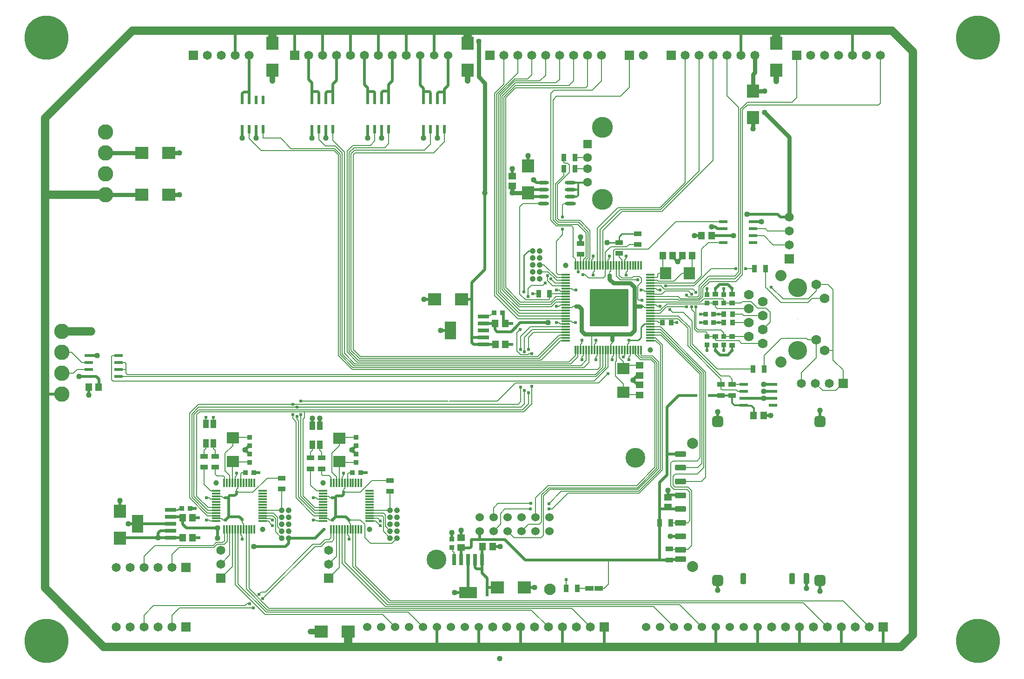
<source format=gtl>
G04*
G04  File:            ALPH1105.R01, Sun Oct 31 16:15:00 2010*
G04  Source:          P-CAD 2006 PCB, Version 19.02.958, (\\Naslite-2\disk-0\OLD_DISK-0\Project\Project 2010B\ALPH1105\ALPH1105.PCB)*
G04  Format:          Gerber Format (RS-274-D), ASCII*
G04*
G04  Format Options:  Absolute Positioning*
G04                   Leading-Zero Suppression*
G04                   Scale Factor 1:1*
G04                   NO Circular Interpolation*
G04                   Inch Units*
G04                   Numeric Format: 4.4 (XXXX.XXXX)*
G04                   G54 NOT Used for Aperture Change*
G04                   Apertures Embedded*
G04*
G04  File Options:    Offset = (0.0mil,0.0mil)*
G04                   Drill Symbol Size = 80.0mil*
G04                   Pad/Via Holes*
G04*
G04  File Contents:   Pads*
G04                   Vias*
G04                   No Designators*
G04                   No Types*
G04                   No Values*
G04                   No Drill Symbols*
G04                   Top*
G04*
%INALPH1105.R01*%
%ICAS*%
%MOIN*%
G04*
G04  Aperture MACROs for general use --- invoked via D-code assignment *
G04*
G04  General MACRO for flashed round with rotation and/or offset hole *
%AMROTOFFROUND*
1,1,$1,0.0000,0.0000*
1,0,$2,$3,$4*%
G04*
G04  General MACRO for flashed oval (obround) with rotation and/or offset hole *
%AMROTOFFOVAL*
21,1,$1,$2,0.0000,0.0000,$3*
1,1,$4,$5,$6*
1,1,$4,0-$5,0-$6*
1,0,$7,$8,$9*%
G04*
G04  General MACRO for flashed oval (obround) with rotation and no hole *
%AMROTOVALNOHOLE*
21,1,$1,$2,0.0000,0.0000,$3*
1,1,$4,$5,$6*
1,1,$4,0-$5,0-$6*%
G04*
G04  General MACRO for flashed rectangle with rotation and/or offset hole *
%AMROTOFFRECT*
21,1,$1,$2,0.0000,0.0000,$3*
1,0,$4,$5,$6*%
G04*
G04  General MACRO for flashed rectangle with rotation and no hole *
%AMROTRECTNOHOLE*
21,1,$1,$2,0.0000,0.0000,$3*%
G04*
G04  General MACRO for flashed rounded-rectangle *
%AMROUNDRECT*
21,1,$1,$2-$4,0.0000,0.0000,$3*
21,1,$1-$4,$2,0.0000,0.0000,$3*
1,1,$4,$5,$6*
1,1,$4,$7,$8*
1,1,$4,0-$5,0-$6*
1,1,$4,0-$7,0-$8*
1,0,$9,$10,$11*%
G04*
G04  General MACRO for flashed rounded-rectangle with rotation and no hole *
%AMROUNDRECTNOHOLE*
21,1,$1,$2-$4,0.0000,0.0000,$3*
21,1,$1-$4,$2,0.0000,0.0000,$3*
1,1,$4,$5,$6*
1,1,$4,$7,$8*
1,1,$4,0-$5,0-$6*
1,1,$4,0-$7,0-$8*%
G04*
G04  General MACRO for flashed regular polygon *
%AMREGPOLY*
5,1,$1,0.0000,0.0000,$2,$3+$4*
1,0,$5,$6,$7*%
G04*
G04  General MACRO for flashed regular polygon with no hole *
%AMREGPOLYNOHOLE*
5,1,$1,0.0000,0.0000,$2,$3+$4*%
G04*
G04  General MACRO for target *
%AMTARGET*
6,0,0,$1,$2,$3,4,$4,$5,$6*%
G04*
G04  General MACRO for mounting hole *
%AMMTHOLE*
1,1,$1,0,0*
1,0,$2,0,0*
$1=$1-$2*
$1=$1/2*
21,1,$2+$1,$3,0,0,$4*
21,1,$3,$2+$1,0,0,$4*%
G04*
G04*
G04  D10 : "Ellipse X10.0mil Y10.0mil H0.0mil 0.0deg (0.0mil,0.0mil) Draw"*
G04  Disc: OuterDia=0.0100*
%ADD10C, 0.0100*%
G04  D11 : "Ellipse X0.0mil Y0.0mil H0.0mil 0.0deg (0.0mil,0.0mil) Draw"*
G04  Disc: OuterDia=0.0000*
%ADD11C, 0.0000*%
G04  D12 : "Ellipse X1.0mil Y1.0mil H0.0mil 0.0deg (0.0mil,0.0mil) Draw"*
G04  Disc: OuterDia=0.0010*
%ADD12C, 0.0010*%
G04  D13 : "Ellipse X12.0mil Y12.0mil H0.0mil 0.0deg (0.0mil,0.0mil) Draw"*
G04  Disc: OuterDia=0.0120*
%ADD13C, 0.0120*%
G04  D14 : "Ellipse X15.0mil Y15.0mil H0.0mil 0.0deg (0.0mil,0.0mil) Draw"*
G04  Disc: OuterDia=0.0150*
%ADD14C, 0.0150*%
G04  D15 : "Ellipse X16.0mil Y16.0mil H0.0mil 0.0deg (0.0mil,0.0mil) Draw"*
G04  Disc: OuterDia=0.0160*
%ADD15C, 0.0160*%
G04  D16 : "Ellipse X19.7mil Y19.7mil H0.0mil 0.0deg (0.0mil,0.0mil) Draw"*
G04  Disc: OuterDia=0.0197*
%ADD16C, 0.0197*%
G04  D17 : "Ellipse X2.0mil Y2.0mil H0.0mil 0.0deg (0.0mil,0.0mil) Draw"*
G04  Disc: OuterDia=0.0020*
%ADD17C, 0.0020*%
G04  D18 : "Ellipse X20.0mil Y20.0mil H0.0mil 0.0deg (0.0mil,0.0mil) Draw"*
G04  Disc: OuterDia=0.0200*
%ADD18C, 0.0200*%
G04  D19 : "Ellipse X24.0mil Y24.0mil H0.0mil 0.0deg (0.0mil,0.0mil) Draw"*
G04  Disc: OuterDia=0.0240*
%ADD19C, 0.0240*%
G04  D20 : "Ellipse X25.0mil Y25.0mil H0.0mil 0.0deg (0.0mil,0.0mil) Draw"*
G04  Disc: OuterDia=0.0250*
%ADD20C, 0.0250*%
G04  D21 : "Ellipse X3.9mil Y3.9mil H0.0mil 0.0deg (0.0mil,0.0mil) Draw"*
G04  Disc: OuterDia=0.0039*
%ADD21C, 0.0039*%
G04  D22 : "Ellipse X30.0mil Y30.0mil H0.0mil 0.0deg (0.0mil,0.0mil) Draw"*
G04  Disc: OuterDia=0.0300*
%ADD22C, 0.0300*%
G04  D23 : "Ellipse X4.0mil Y4.0mil H0.0mil 0.0deg (0.0mil,0.0mil) Draw"*
G04  Disc: OuterDia=0.0040*
%ADD23C, 0.0040*%
G04  D24 : "Ellipse X40.0mil Y40.0mil H0.0mil 0.0deg (0.0mil,0.0mil) Draw"*
G04  Disc: OuterDia=0.0400*
%ADD24C, 0.0400*%
G04  D25 : "Ellipse X5.0mil Y5.0mil H0.0mil 0.0deg (0.0mil,0.0mil) Draw"*
G04  Disc: OuterDia=0.0050*
%ADD25C, 0.0050*%
G04  D26 : "Ellipse X5.9mil Y5.9mil H0.0mil 0.0deg (0.0mil,0.0mil) Draw"*
G04  Disc: OuterDia=0.0059*
%ADD26C, 0.0059*%
G04  D27 : "Ellipse X6.0mil Y6.0mil H0.0mil 0.0deg (0.0mil,0.0mil) Draw"*
G04  Disc: OuterDia=0.0060*
%ADD27C, 0.0060*%
G04  D28 : "Ellipse X60.0mil Y60.0mil H0.0mil 0.0deg (0.0mil,0.0mil) Draw"*
G04  Disc: OuterDia=0.0600*
%ADD28C, 0.0600*%
G04  D29 : "Ellipse X7.0mil Y7.0mil H0.0mil 0.0deg (0.0mil,0.0mil) Draw"*
G04  Disc: OuterDia=0.0070*
%ADD29C, 0.0070*%
G04  D30 : "Ellipse X7.9mil Y7.9mil H0.0mil 0.0deg (0.0mil,0.0mil) Draw"*
G04  Disc: OuterDia=0.0079*
%ADD30C, 0.0079*%
G04  D31 : "Ellipse X7.9mil Y7.9mil H0.0mil 0.0deg (0.0mil,0.0mil) Draw"*
G04  Disc: OuterDia=0.0079*
%ADD31C, 0.0079*%
G04  D32 : "Ellipse X8.0mil Y8.0mil H0.0mil 0.0deg (0.0mil,0.0mil) Draw"*
G04  Disc: OuterDia=0.0080*
%ADD32C, 0.0080*%
G04  D33 : "Ellipse X9.8mil Y9.8mil H0.0mil 0.0deg (0.0mil,0.0mil) Draw"*
G04  Disc: OuterDia=0.0098*
%ADD33C, 0.0098*%
G04  D34 : "Ellipse X110.2mil Y110.2mil H0.0mil 0.0deg (0.0mil,0.0mil) Flash"*
G04  Disc: OuterDia=0.1102*
%ADD34C, 0.1102*%
G04  D35 : "Ellipse X128.0mil Y128.0mil H0.0mil 0.0deg (0.0mil,0.0mil) Flash"*
G04  Disc: OuterDia=0.1280*
%ADD35C, 0.1280*%
G04  D36 : "Ellipse X135.0mil Y135.0mil H0.0mil 0.0deg (0.0mil,0.0mil) Flash"*
G04  Disc: OuterDia=0.1350*
%ADD36C, 0.1350*%
G04  D37 : "Ellipse X142.0mil Y142.0mil H0.0mil 0.0deg (0.0mil,0.0mil) Flash"*
G04  Disc: OuterDia=0.1420*
%ADD37C, 0.1420*%
G04  D38 : "Ellipse X149.6mil Y149.6mil H0.0mil 0.0deg (0.0mil,0.0mil) Flash"*
G04  Disc: OuterDia=0.1496*
%ADD38C, 0.1496*%
G04  D39 : "Ellipse X204.7mil Y204.7mil H0.0mil 0.0deg (0.0mil,0.0mil) Flash"*
G04  Disc: OuterDia=0.2047*
%ADD39C, 0.2047*%
G04  D40 : "Ellipse X315.0mil Y315.0mil H0.0mil 0.0deg (0.0mil,0.0mil) Flash"*
G04  Disc: OuterDia=0.3150*
%ADD40C, 0.3150*%
G04  D41 : "Ellipse X39.4mil Y39.4mil H0.0mil 0.0deg (0.0mil,0.0mil) Flash"*
G04  Disc: OuterDia=0.0394*
%ADD41C, 0.0394*%
G04  D42 : "Ellipse X42.0mil Y42.0mil H0.0mil 0.0deg (0.0mil,0.0mil) Flash"*
G04  Disc: OuterDia=0.0420*
%ADD42C, 0.0420*%
G04  D43 : "Ellipse X60.0mil Y60.0mil H0.0mil 0.0deg (0.0mil,0.0mil) Flash"*
G04  Disc: OuterDia=0.0600*
%ADD43C, 0.0600*%
G04  D44 : "Ellipse X63.0mil Y63.0mil H0.0mil 0.0deg (0.0mil,0.0mil) Flash"*
G04  Disc: OuterDia=0.0630*
%ADD44C, 0.0630*%
G04  D45 : "Ellipse X65.0mil Y65.0mil H0.0mil 0.0deg (0.0mil,0.0mil) Flash"*
G04  Disc: OuterDia=0.0650*
%ADD45C, 0.0650*%
G04  D46 : "Ellipse X68.9mil Y68.9mil H0.0mil 0.0deg (0.0mil,0.0mil) Flash"*
G04  Disc: OuterDia=0.0689*
%ADD46C, 0.0689*%
G04  D47 : "Ellipse X70.0mil Y70.0mil H0.0mil 0.0deg (0.0mil,0.0mil) Flash"*
G04  Disc: OuterDia=0.0700*
%ADD47C, 0.0700*%
G04  D48 : "Ellipse X78.9mil Y78.9mil H0.0mil 0.0deg (0.0mil,0.0mil) Flash"*
G04  Disc: OuterDia=0.0789*
%ADD48C, 0.0789*%
G04  D49 : "Ellipse X80.0mil Y80.0mil H0.0mil 0.0deg (0.0mil,0.0mil) Flash"*
G04  Disc: OuterDia=0.0800*
%ADD49C, 0.0800*%
G04  D50 : "Ellipse X82.7mil Y82.7mil H0.0mil 0.0deg (0.0mil,0.0mil) Flash"*
G04  Disc: OuterDia=0.0827*
%ADD50C, 0.0827*%
G04  D51 : "Oval X78.7mil Y23.6mil H0.0mil 0.0deg (0.0mil,0.0mil) Flash"*
G04  Obround: DimX=0.0787, DimY=0.0236, Rotation=0.0, OffsetX=0.0000, OffsetY=0.0000, HoleDia=0.0000 *
%ADD51O, 0.0787 X0.0236*%
G04  D52 : "Rounded Rectangle X39.4mil Y78.7mil H0.0mil 0.0deg (0.0mil,0.0mil) Flash"*
G04  RoundRct: DimX=0.0394, DimY=0.0787, CornerRad=0.0098, Rotation=0.0, OffsetX=0.0000, OffsetY=0.0000, HoleDia=0.0000 *
%ADD52ROUNDRECTNOHOLE, 0.0394 X0.0787 X0.0 X0.0197 X-0.0098 X-0.0295 X-0.0098 X0.0295*%
G04  D53 : "Rounded Rectangle X78.7mil Y43.3mil H0.0mil 0.0deg (0.0mil,0.0mil) Flash"*
G04  RoundRct: DimX=0.0787, DimY=0.0433, CornerRad=0.0108, Rotation=0.0, OffsetX=0.0000, OffsetY=0.0000, HoleDia=0.0000 *
%ADD53ROUNDRECTNOHOLE, 0.0787 X0.0433 X0.0 X0.0217 X-0.0285 X-0.0108 X-0.0285 X0.0108*%
G04  D54 : "Rounded Rectangle X78.7mil Y78.7mil H0.0mil 0.0deg (0.0mil,0.0mil) Flash"*
G04  RoundRct: DimX=0.0787, DimY=0.0787, CornerRad=0.0197, Rotation=0.0, OffsetX=0.0000, OffsetY=0.0000, HoleDia=0.0000 *
%ADD54ROUNDRECTNOHOLE, 0.0787 X0.0787 X0.0 X0.0394 X-0.0197 X-0.0197 X-0.0197 X0.0197*%
G04  D55 : "Rectangle X126.0mil Y80.7mil H0.0mil 0.0deg (0.0mil,0.0mil) Flash"*
G04  Rectangular: DimX=0.1260, DimY=0.0807, Rotation=0.0, OffsetX=0.0000, OffsetY=0.0000, HoleDia=0.0000 *
%ADD55R, 0.1260 X0.0807*%
G04  D56 : "Rectangle X80.7mil Y126.0mil H0.0mil 0.0deg (0.0mil,0.0mil) Flash"*
G04  Rectangular: DimX=0.0807, DimY=0.1260, Rotation=0.0, OffsetX=0.0000, OffsetY=0.0000, HoleDia=0.0000 *
%ADD56R, 0.0807 X0.1260*%
G04  D57 : "Rectangle X37.4mil Y35.4mil H0.0mil 0.0deg (0.0mil,0.0mil) Flash"*
G04  Rectangular: DimX=0.0374, DimY=0.0354, Rotation=0.0, OffsetX=0.0000, OffsetY=0.0000, HoleDia=0.0000 *
%ADD57R, 0.0374 X0.0354*%
G04  D58 : "Rectangle X35.4mil Y37.4mil H0.0mil 0.0deg (0.0mil,0.0mil) Flash"*
G04  Rectangular: DimX=0.0354, DimY=0.0374, Rotation=0.0, OffsetX=0.0000, OffsetY=0.0000, HoleDia=0.0000 *
%ADD58R, 0.0354 X0.0374*%
G04  D59 : "Rectangle X39.4mil Y35.4mil H0.0mil 0.0deg (0.0mil,0.0mil) Flash"*
G04  Rectangular: DimX=0.0394, DimY=0.0354, Rotation=0.0, OffsetX=0.0000, OffsetY=0.0000, HoleDia=0.0000 *
%ADD59R, 0.0394 X0.0354*%
G04  D60 : "Rectangle X35.4mil Y39.4mil H0.0mil 0.0deg (0.0mil,0.0mil) Flash"*
G04  Rectangular: DimX=0.0354, DimY=0.0394, Rotation=0.0, OffsetX=0.0000, OffsetY=0.0000, HoleDia=0.0000 *
%ADD60R, 0.0354 X0.0394*%
G04  D61 : "Rectangle X33.5mil Y45.3mil H0.0mil 0.0deg (0.0mil,0.0mil) Flash"*
G04  Rectangular: DimX=0.0335, DimY=0.0453, Rotation=0.0, OffsetX=0.0000, OffsetY=0.0000, HoleDia=0.0000 *
%ADD61R, 0.0335 X0.0453*%
G04  D62 : "Rectangle X57.1mil Y37.4mil H0.0mil 0.0deg (0.0mil,0.0mil) Flash"*
G04  Rectangular: DimX=0.0571, DimY=0.0374, Rotation=0.0, OffsetX=0.0000, OffsetY=0.0000, HoleDia=0.0000 *
%ADD62R, 0.0571 X0.0374*%
G04  D63 : "Rectangle X37.4mil Y57.1mil H0.0mil 0.0deg (0.0mil,0.0mil) Flash"*
G04  Rectangular: DimX=0.0374, DimY=0.0571, Rotation=0.0, OffsetX=0.0000, OffsetY=0.0000, HoleDia=0.0000 *
%ADD63R, 0.0374 X0.0571*%
G04  D64 : "Rectangle X57.1mil Y45.3mil H0.0mil 0.0deg (0.0mil,0.0mil) Flash"*
G04  Rectangular: DimX=0.0571, DimY=0.0453, Rotation=0.0, OffsetX=0.0000, OffsetY=0.0000, HoleDia=0.0000 *
%ADD64R, 0.0571 X0.0453*%
G04  D65 : "Rectangle X45.3mil Y57.1mil H0.0mil 0.0deg (0.0mil,0.0mil) Flash"*
G04  Rectangular: DimX=0.0453, DimY=0.0571, Rotation=0.0, OffsetX=0.0000, OffsetY=0.0000, HoleDia=0.0000 *
%ADD65R, 0.0453 X0.0571*%
G04  D66 : "Rectangle X59.0mil Y37.4mil H0.0mil 0.0deg (0.0mil,0.0mil) Flash"*
G04  Rectangular: DimX=0.0590, DimY=0.0374, Rotation=0.0, OffsetX=0.0000, OffsetY=0.0000, HoleDia=0.0000 *
%ADD66R, 0.0590 X0.0374*%
G04  D67 : "Rectangle X59.1mil Y11.8mil H0.0mil 0.0deg (0.0mil,0.0mil) Flash"*
G04  Rectangular: DimX=0.0591, DimY=0.0118, Rotation=0.0, OffsetX=0.0000, OffsetY=0.0000, HoleDia=0.0000 *
%ADD67R, 0.0591 X0.0118*%
G04  D68 : "Rectangle X11.8mil Y59.1mil H0.0mil 0.0deg (0.0mil,0.0mil) Flash"*
G04  Rectangular: DimX=0.0118, DimY=0.0591, Rotation=0.0, OffsetX=0.0000, OffsetY=0.0000, HoleDia=0.0000 *
%ADD68R, 0.0118 X0.0591*%
G04  D69 : "Rectangle X39.4mil Y59.1mil H0.0mil 0.0deg (0.0mil,0.0mil) Flash"*
G04  Rectangular: DimX=0.0394, DimY=0.0591, Rotation=0.0, OffsetX=0.0000, OffsetY=0.0000, HoleDia=0.0000 *
%ADD69R, 0.0394 X0.0591*%
G04  D70 : "Rectangle X61.0mil Y23.6mil H0.0mil 0.0deg (0.0mil,0.0mil) Flash"*
G04  Rectangular: DimX=0.0610, DimY=0.0236, Rotation=0.0, OffsetX=0.0000, OffsetY=0.0000, HoleDia=0.0000 *
%ADD70R, 0.0610 X0.0236*%
G04  D71 : "Rectangle X23.6mil Y61.0mil H0.0mil 0.0deg (0.0mil,0.0mil) Flash"*
G04  Rectangular: DimX=0.0236, DimY=0.0610, Rotation=0.0, OffsetX=0.0000, OffsetY=0.0000, HoleDia=0.0000 *
%ADD71R, 0.0236 X0.0610*%
G04  D72 : "Rectangle X63.0mil Y11.8mil H0.0mil 0.0deg (0.0mil,0.0mil) Flash"*
G04  Rectangular: DimX=0.0630, DimY=0.0118, Rotation=0.0, OffsetX=0.0000, OffsetY=0.0000, HoleDia=0.0000 *
%ADD72R, 0.0630 X0.0118*%
G04  D73 : "Rectangle X11.8mil Y63.0mil H0.0mil 0.0deg (0.0mil,0.0mil) Flash"*
G04  Rectangular: DimX=0.0118, DimY=0.0630, Rotation=0.0, OffsetX=0.0000, OffsetY=0.0000, HoleDia=0.0000 *
%ADD73R, 0.0118 X0.0630*%
G04  D74 : "Rectangle X63.0mil Y63.0mil H0.0mil 0.0deg (0.0mil,0.0mil) Flash"*
G04  Square: Side=0.0630, Rotation=0.0, OffsetX=0.0000, OffsetY=0.0000, HoleDia=0.0000*
%ADD74R, 0.0630 X0.0630*%
G04  D75 : "Rectangle X65.0mil Y65.0mil H0.0mil 0.0deg (0.0mil,0.0mil) Flash"*
G04  Square: Side=0.0650, Rotation=0.0, OffsetX=0.0000, OffsetY=0.0000, HoleDia=0.0000*
%ADD75R, 0.0650 X0.0650*%
G04  D76 : "Rectangle X80.7mil Y25.6mil H0.0mil 0.0deg (0.0mil,0.0mil) Flash"*
G04  Rectangular: DimX=0.0807, DimY=0.0256, Rotation=0.0, OffsetX=0.0000, OffsetY=0.0000, HoleDia=0.0000 *
%ADD76R, 0.0807 X0.0256*%
G04  D77 : "Rectangle X25.6mil Y80.7mil H0.0mil 0.0deg (0.0mil,0.0mil) Flash"*
G04  Rectangular: DimX=0.0256, DimY=0.0807, Rotation=0.0, OffsetX=0.0000, OffsetY=0.0000, HoleDia=0.0000 *
%ADD77R, 0.0256 X0.0807*%
G04  D78 : "Rectangle X86.6mil Y82.7mil H0.0mil 0.0deg (0.0mil,0.0mil) Flash"*
G04  Rectangular: DimX=0.0866, DimY=0.0827, Rotation=0.0, OffsetX=0.0000, OffsetY=0.0000, HoleDia=0.0000 *
%ADD78R, 0.0866 X0.0827*%
G04  D79 : "Rectangle X82.7mil Y86.6mil H0.0mil 0.0deg (0.0mil,0.0mil) Flash"*
G04  Rectangular: DimX=0.0827, DimY=0.0866, Rotation=0.0, OffsetX=0.0000, OffsetY=0.0000, HoleDia=0.0000 *
%ADD79R, 0.0827 X0.0866*%
G04  D80 : "Rectangle X92.5mil Y88.6mil H0.0mil 0.0deg (0.0mil,0.0mil) Flash"*
G04  Rectangular: DimX=0.0925, DimY=0.0886, Rotation=0.0, OffsetX=0.0000, OffsetY=0.0000, HoleDia=0.0000 *
%ADD80R, 0.0925 X0.0886*%
G04  D81 : "Rectangle X88.6mil Y92.5mil H0.0mil 0.0deg (0.0mil,0.0mil) Flash"*
G04  Rectangular: DimX=0.0886, DimY=0.0925, Rotation=0.0, OffsetX=0.0000, OffsetY=0.0000, HoleDia=0.0000 *
%ADD81R, 0.0886 X0.0925*%
G04  D82 : "Rectangle X94.5mil Y61.0mil H0.0mil 0.0deg (0.0mil,0.0mil) Flash"*
G04  Rectangular: DimX=0.0945, DimY=0.0610, Rotation=0.0, OffsetX=0.0000, OffsetY=0.0000, HoleDia=0.0000 *
%ADD82R, 0.0945 X0.0610*%
G04  D83 : "Ellipse X24.0mil Y24.0mil H0.0mil 0.0deg (0.0mil,0.0mil) Flash"*
G04  Disc: OuterDia=0.0240*
%ADD83C, 0.0240*%
G04  D84 : "Ellipse X40.0mil Y40.0mil H0.0mil 0.0deg (0.0mil,0.0mil) Flash"*
G04  Disc: OuterDia=0.0400*
%ADD84C, 0.0400*%
G04*
%FSLAX44Y44*%
%SFA1B1*%
%OFA0.0000B0.0000*%
G04*
G70*
G90*
G01*
D2*
%LNTop*%
D18*
X56754Y80200*
X56760Y80320D1*
Y80780D2*
Y80320D1*
X56045Y80200D2*
X56040Y80194D1*
Y79620*
D2*
D27*
X54110Y82710*
X54120Y82700D1*
X54810*
X55550Y81960*
X56047*
X54110Y81210D2*
X54950D1*
X55200Y81460*
X56047*
D2*
D18*
Y82460*
X56650D1*
X58860Y70390D2*
X59558D1*
X58260Y69284D2*
Y69355D1*
Y69284D2*
X58174Y69370D1*
Y69390*
D2*
D27*
X57660Y80730*
X57760Y80630D1*
X58172Y82460D2*
X57730D1*
X57660Y82390*
X58172Y81960D2*
X58630D1*
X58720Y81870*
Y81460*
X58172D2*
X58720D1*
Y81190*
X58810Y81100*
D2*
D22*
X57250Y94000*
X59835D1*
X57250Y97000D2*
X59835D1*
D2*
D27*
X62000Y63820*
X62540Y64360D1*
X62000Y68200D2*
X62500Y68700D1*
X62000Y67250D2*
Y68200D1*
D2*
D18*
X61921Y69890*
X61160D1*
X61921Y69390D2*
X62775D1*
X61160Y69890D2*
X61000Y69730D1*
X61690Y69390D2*
X61921D1*
X61690D2*
X61680D1*
X61000Y69730D2*
Y69390D1*
X62770Y70814D2*
Y70370D1*
X62775Y70820D2*
X62770Y70814D1*
X62775Y70820D2*
X62690Y70890D1*
X61921D2*
X62690D1*
D2*
D10*
X62654Y71450*
X62714Y71510D1*
X62630Y71450D2*
X62654D1*
X62460D2*
X62630D1*
X62400Y71390D2*
X62460Y71450D1*
X61921Y71390D2*
X62400D1*
D2*
D18*
X61000Y69390*
X61680D1*
D2*
D22*
X61764Y94000*
X62540D1*
X61764Y97000D2*
X62530D1*
D2*
D27*
X65020Y68700*
X65250Y68930D1*
X65760*
D2*
D18*
X63484Y70820*
X63920D1*
X63494Y69400D2*
X63930D1*
X63484Y69390D2*
X63494Y69400D1*
D2*
D27*
X65162Y70587*
X65166D1*
X65160Y70590D2*
X65162Y70587D1*
X64750Y70590D2*
X65160D1*
X64660Y70680D2*
X64750Y70590D1*
X64470Y70680D2*
X64660D1*
D2*
D18*
X63640Y71510*
X63670D1*
X63640D2*
X63305D1*
D2*
D27*
X65170Y70780*
X65166Y70784D1*
X65170Y70780D2*
Y70780D1*
X65560Y70780D2*
X65170D1*
X65660Y70680D2*
X65560Y70780D1*
X65660Y70680D2*
X65850D1*
X65166Y70981D2*
X65165Y70980D1*
X64540*
X65164Y71180D2*
X65166Y71177D1*
X64550Y71180D2*
X65164D1*
X65166Y71571D2*
X65165Y71570D1*
X64600*
X65166Y71374D2*
X65162Y71370D1*
X64580*
X65960Y69130D2*
Y69960D1*
D2*
D18*
X65260Y69350*
Y70100D1*
D2*
D27*
X65170Y69050*
X65640D1*
X65760Y69170*
Y69920*
X65162Y72162D2*
X65166D1*
X65160Y72160D2*
X65162Y72162D1*
X64760Y72160D2*
X65160D1*
X64660Y72260D2*
X64760Y72160D1*
X64470Y72260D2*
X64660D1*
X65168Y72358D2*
X65166D1*
X65170Y72360D2*
X65168Y72358D1*
X65560Y72360D2*
X65170D1*
X65660Y72260D2*
X65560Y72360D1*
X65660Y72260D2*
X65850D1*
X65100Y73950D2*
Y74456D1*
X65210Y73840D2*
X65100Y73950D1*
X65670Y73840D2*
X65210D1*
X65760Y73750D2*
X65670Y73840D1*
X65760Y73345D2*
Y73750D1*
X65757Y73343D2*
X65760Y73345D1*
X64310Y73220D2*
Y74456D1*
X64780Y72750D2*
X64310Y73220D1*
X65164Y72750D2*
X64780D1*
X65166Y72752D2*
X65164Y72750D1*
X64985Y77558D2*
X64990Y77563D1*
X64434Y77558D2*
X64430Y77563D1*
X64985Y76181D2*
X64990Y76176D1*
Y75790*
X65100Y75680*
Y75243*
X64434Y76181D2*
X64430Y76176D1*
Y75790*
X64310Y75670*
Y75243*
X63270Y78330D2*
X63920Y78980D1*
Y78770D2*
X63430Y78280D1*
X63790Y78220D2*
X64010Y78440D1*
X63590Y78240D2*
X63910Y78560D1*
X68940Y64340D2*
X67530Y65750D1*
X68840Y64210D2*
X67330Y65720D1*
X68400Y65500D2*
X68700D1*
X68230Y65330D2*
X68400Y65500D1*
X67390Y64680D2*
X67580D1*
X67230Y64520D2*
X67390Y64680D1*
X67528Y69996D2*
X67530Y69995D1*
X66938Y69991D2*
Y69996D1*
X66940Y69990D2*
X66938Y69991D1*
X66940Y69600D2*
Y69990D1*
X67040Y69500D2*
X66940Y69600D1*
X67040Y69500D2*
Y69310D1*
X67332Y69996D2*
X67330Y69994D1*
X66741Y69996D2*
X66740Y69995D1*
X66741Y69996D2*
X66740Y69760D1*
X66544Y69996D2*
X66540Y69910D1*
X67138Y70000D2*
X67135Y69996D1*
X67140Y70000D2*
X67138D1*
X67140Y70400D2*
Y70000D1*
X67040Y70500D2*
X67140Y70400D1*
X67040Y70500D2*
Y70690D1*
D2*
D18*
X66830Y70900D1*
D2*
D27*
X66347Y69996*
X66340Y69760D1*
X66151Y69996D2*
X66150Y69900D1*
X68513Y71374D2*
X68517Y71370D1*
X68513Y70981D2*
X68514Y70980D1*
X68513Y70587D2*
X68515Y70590D1*
X68900*
X68513Y70784D2*
X68517Y70780D1*
X68513Y71177D2*
X68515Y71180D1*
D2*
D18*
X67875Y74050*
X68240D1*
D2*
D27*
X66550Y73348*
X66544Y73343D1*
X66550Y73350D2*
Y73348D1*
Y73760D2*
Y73350D1*
X66640Y73850D2*
X66550Y73760D1*
X66640Y74040D2*
Y73850D1*
X66740Y73341D2*
X66741Y73343D1*
X66740Y73340D2*
Y73341D1*
Y72950D2*
Y73340D1*
X66640Y72850D2*
X66740Y72950D1*
X68830Y73670D2*
X67820Y72660D1*
X66640D2*
Y72850D1*
X67820Y72660D2*
X66640D1*
D2*
D18*
Y72540*
Y72660D1*
X66520Y72420D2*
X66640Y72540D1*
X66150Y72420D2*
X66520D1*
D2*
D27*
X67560Y74814*
X67554Y74820D1*
X66710*
X66360Y74863D2*
X66710Y74820D1*
X66360Y74863D2*
X66350Y74580D1*
Y73345D2*
Y74580D1*
X66347Y73343D2*
X66350Y73345D1*
X66150Y73344D2*
Y73860D1*
X66151Y73343D2*
X66150Y73344D1*
X67020Y74050D2*
X67284D1*
X66940Y73970D2*
X67020Y74050D1*
X66938Y73343D2*
X66940Y73344D1*
Y73970*
X67560Y76605D2*
X67554Y76600D1*
X66700*
X66360Y76556D2*
X66700Y76600D1*
X66360Y76556D2*
Y75990D1*
D2*
D18*
X67560Y75405*
X67255Y75710D1*
X67250*
X67540Y76000*
X67550*
X67560Y76014D2*
X67550Y76000D1*
D2*
D27*
Y98030*
Y98687D1*
D2*
D18*
X67050*
Y98070D1*
D2*
D27*
X68550Y98060*
Y98687D1*
D2*
D18*
X68050*
Y98070D1*
D2*
D27*
X68410Y97170*
X67550Y98030D1*
D2*
D18*
Y100812*
Y101370D1*
X67170D2*
X67550D1*
X67050Y101250D2*
X67170Y101370D1*
X67050Y100812D2*
Y101250D1*
D2*
D27*
X69230Y70980*
X69430Y70780D1*
Y69830*
X69890Y69370D2*
X69430Y69830D1*
X69080Y70780D2*
X69210Y70650D1*
X69260Y71180D2*
X69560Y70880D1*
Y70200*
X69890Y69870D2*
X69560Y70200D1*
X69890Y73673D2*
X69886Y73670D1*
X71940Y74336D2*
Y73170D1*
Y75540D2*
Y75123D1*
X70660Y77960D2*
X70910Y77710D1*
X71080Y77790D2*
X70960Y77910D1*
X71240Y79210D2*
Y79170D1*
X70550Y97310D2*
X69800Y98060D1*
D2*
D18*
X71800Y102260*
Y104000D1*
D2*
D28*
X74644Y62680*
X74640Y62675D1*
Y61560*
D2*
D27*
X73250Y66500*
X74010Y67260D1*
X73250Y67500D2*
X73810Y68060D1*
X72270Y68780D2*
X72710D1*
X72120Y68920D2*
X72650D1*
X72822Y70587D2*
X72826D1*
X72820Y70590D2*
X72822Y70587D1*
X72410Y70590D2*
X72820D1*
X72320Y70680D2*
X72410Y70590D1*
X72320Y70680D2*
X72130D1*
X74598Y69991D2*
Y69996D1*
X74600Y69990D2*
X74598Y69991D1*
X74600Y69590D2*
Y69990D1*
X74700Y69490D2*
X74600Y69590D1*
X74700Y69300D2*
Y69490D1*
X74401Y69996D2*
X74400Y69995D1*
X74204Y69996D2*
X74200Y69992D1*
X74798Y70000D2*
X74795Y69996D1*
X74800Y70000D2*
X74798D1*
X74800Y70390D2*
Y70000D1*
X74700Y70490D2*
X74800Y70390D1*
X72830Y70780D2*
X72826Y70784D1*
X72830Y70780D2*
Y70780D1*
X74700Y70680D2*
Y70490D1*
X73220Y70780D2*
X72830D1*
D2*
D18*
X74700Y70680*
X74470Y70910D1*
D2*
D27*
X73320Y70680*
X73220Y70780D1*
D2*
D18*
X73740Y70910*
X74470D1*
D2*
D27*
X73510Y70680*
X73320D1*
D2*
D18*
X73510*
X73740Y70910D1*
X72920Y70010D2*
X72280Y69370D1*
D2*
D27*
X74007Y69996*
X74010Y69930D1*
X72826Y70981D2*
X72825Y70980D1*
X72190*
X72826Y71177D2*
X72824Y71180D1*
X72230*
X73811Y69996D2*
X73810Y69850D1*
X72825Y71570D2*
X72826Y71571D1*
X72230Y71570D2*
X72825D1*
X72822Y71370D2*
X72230D1*
X72826Y71374D2*
X72822Y71370D1*
X73030Y69100D2*
X73460D1*
X73610Y69250*
Y69910*
X72990Y69260D2*
X73280D1*
X73410Y69390*
Y69910*
X74201Y73340D2*
X74204Y73343D1*
X74200Y73340D2*
X74201D1*
X74200Y73740D2*
Y73340D1*
X74310Y73850D2*
X74200Y73740D1*
X74310Y74040D2*
Y73850D1*
X72822Y72162D2*
X72826D1*
X72820Y72160D2*
X72822Y72162D1*
X72430Y72160D2*
X72820D1*
X72330Y72260D2*
X72430Y72160D1*
X72140Y72260D2*
X72330D1*
X74400Y73341D2*
X74401Y73343D1*
X74400Y73340D2*
Y73341D1*
Y72940D2*
Y73340D1*
X72828Y72358D2*
X72826D1*
X72830Y72360D2*
X72828Y72358D1*
X74310Y72850D2*
X74400Y72940D1*
X73230Y72360D2*
X72830D1*
X74310Y72660D2*
Y72850D1*
X73330Y72260D2*
X73230Y72360D1*
D2*
D18*
X74310Y72510*
Y72660D1*
X74210Y72410D2*
X74310Y72510D1*
D2*
D27*
X73520Y72260*
X73330D1*
D2*
D18*
X73810Y72410*
X74210D1*
X73740Y72340D2*
X73810Y72410D1*
X73740Y72260D2*
Y72340D1*
X73520Y72260D2*
X73740D1*
D2*
D27*
X72740Y74336*
Y73930D1*
X72820Y73850D2*
X72740Y73930D1*
X73290Y73850D2*
X72820D1*
X73290D2*
X73420Y73720D1*
Y73345D2*
Y73720D1*
X73417Y73343D2*
X73420Y73345D1*
X72824Y72750D2*
X72360D1*
X72826Y72752D2*
X72824Y72750D1*
X74010Y74853D2*
X74170Y74800D1*
X74010Y73440D2*
Y74853D1*
X74007Y73343D2*
X74010Y73440D1*
X73810Y73750D2*
X73470Y74090D1*
X73810Y73344D2*
Y73750D1*
X73811Y73343D2*
X73810Y73344D1*
X74700Y74050D2*
X74944D1*
X74600Y73950D2*
X74700Y74050D1*
X74598Y73343D2*
X74600Y73344D1*
Y73950*
X74010Y76546D2*
X74110Y76600D1*
X74010Y76546D2*
Y76010D1*
X73470Y75470D2*
X74010Y76010D1*
X72740Y75540D2*
Y75123D1*
X72620Y75660D2*
X72740Y75540D1*
X72620Y76046D2*
Y75660D1*
X72615Y76051D2*
X72620Y76046D1*
X72060D2*
Y75660D1*
X72064Y76051D2*
X72060Y76046D1*
D2*
D18*
X72615Y77428*
X72610Y77434D1*
D2*
D27*
X74930Y81480*
X73950Y82460D1*
X73550Y97910D2*
Y98687D1*
X74380Y97080D2*
X73550Y97910D1*
X72550Y97950D2*
Y98687D1*
X73000Y97500D2*
X72550Y97950D1*
X73710Y97500D2*
X73000D1*
X74220Y96990D2*
X73710Y97500D1*
X74560Y97140D2*
X74960Y97540D1*
X73950Y96850D2*
X73630Y97170D1*
X74080Y96910D2*
X73680Y97310D1*
D2*
D18*
X73050Y98687*
Y98080D1*
Y100812D2*
Y101310D1*
X73130Y101390*
X73540*
X73550Y100812D2*
X73540Y100822D1*
Y101390*
X72550Y100812D2*
Y101300D1*
X72460Y101390*
X73800Y102200D2*
Y104000D1*
D2*
D27*
X75188Y69996*
X75190Y69995D1*
X75840Y69410D2*
Y70360D1*
X75520Y70680*
X76178Y71380D2*
X77640D1*
X76173Y71374D2*
X76178Y71380D1*
X77640Y69380D2*
X77170Y69850D1*
Y70890*
X77080Y70980*
X76410*
X76173Y70981D2*
X76410Y70980D1*
X76600Y70590D2*
X76940Y70250D1*
X76175Y70590D2*
X76600D1*
X76173Y70587D2*
X76175Y70590D1*
X76760Y70790D2*
X76940Y70610D1*
X76179Y70790D2*
X76760D1*
X76173Y70784D2*
X76179Y70790D1*
X77640Y69880D2*
X77300Y70220D1*
Y71040*
X77160Y71180*
X76340*
X76173Y71177D2*
X76340Y71180D1*
D2*
D18*
X75535Y74050*
X75940D1*
D2*
D27*
X77640Y73503*
X77636Y73500D1*
X76340*
X75500Y72660*
X75210Y74804D2*
X75205Y74800D1*
X75210Y76595D2*
X75205Y76600D1*
D2*
D18*
X75140Y75940*
X75150D1*
X75210Y76004D2*
X75150Y75940D1*
D2*
D27*
X77550Y97670*
Y98687D1*
X77260Y97380D2*
X77550Y97670D1*
X75060Y97380D2*
X77260D1*
X76550Y97850D2*
Y98687D1*
X76240Y97540D2*
X76550Y97850D1*
D2*
D18*
X77050Y98687*
Y98060D1*
X76050Y98687D2*
Y98070D1*
X77050Y100812D2*
Y101330D1*
X77140Y101420*
X77550*
Y100812D2*
Y101420D1*
X76550Y100812D2*
Y101330D1*
X76470Y101410*
X76050*
Y101660*
Y100812D2*
Y101410D1*
X77800Y103990D2*
Y104000D1*
Y102150D2*
Y103990D1*
X75800D2*
Y104000D1*
X80855Y86510D2*
X80080D1*
D2*
D27*
X80550Y97630*
Y98687D1*
X80110Y97190D2*
X80550Y97630D1*
D2*
D18*
X80050Y98687*
Y98060D1*
Y101630D2*
X79800Y101880D1*
X80550Y100812D2*
Y101310D1*
X80460Y101400*
X80050D2*
Y101630D1*
X80460Y101400D2*
X80050D1*
Y100812D2*
Y101400D1*
X79800Y103990D2*
Y104000D1*
X83240Y65478D2*
X83238Y65480D1*
X82260*
X83740Y67260D2*
X83830Y67170D1*
X83740Y67841D2*
Y67260D1*
X83480Y68780D2*
X83380Y68680D1*
X82740*
Y68685*
Y67841D2*
Y68680D1*
D2*
D27*
X82240Y67841*
Y68330D1*
X82140Y68430D2*
X82240Y68330D1*
X82060Y68704D2*
X82140Y68624D1*
Y68430*
D2*
D18*
X82060Y69295*
Y69770D1*
X82740Y69394D2*
Y69930D1*
X83520Y83410D2*
X83650Y83280D1*
X83520Y83780D2*
Y83410D1*
X81968Y84280D2*
X81280D1*
X82784Y86510D2*
X83520D1*
D2*
D27*
X81550Y97800*
Y98687D1*
D2*
D18*
Y101580*
X81800Y101830D1*
X81150Y101380D2*
X81550D1*
Y101580*
Y100812D2*
Y101380D1*
X81800Y103990D2*
Y104000D1*
D2*
D28*
X83200Y105760*
Y105780D1*
D2*
D18*
X85345Y65820*
X84600D1*
Y65290*
X84240Y68640D2*
Y68704D1*
X84285Y68750*
X84240Y66850D2*
X84600Y66490D1*
X84240Y67841D2*
Y68640D1*
Y66850D2*
Y67170D1*
Y67841*
X84994Y68750D2*
X85530D1*
D2*
D27*
X85070Y70860*
Y71530D1*
X85390Y71850*
X85070Y69860D2*
X85570Y70360D1*
Y71130*
X85890Y71450*
X86070Y69860D2*
X86530Y69400D1*
X86630Y80490D2*
X85350Y79210D1*
D2*
D18*
X85090Y83280*
X85195D1*
X84331D2*
X85090D1*
X85904D2*
X86380D1*
D2*
D27*
X86810Y85110*
X85150Y86770D1*
D2*
D18*
X85894Y84780*
X86390D1*
D2*
D27*
X86880Y85310*
X85280Y86910D1*
D2*
D18*
X85320Y84180*
X86350D1*
X85180Y84320D2*
X85320Y84180D1*
X85180Y84774D2*
Y84320D1*
X85185Y84780D2*
X85180Y84774D1*
X84331Y84780D2*
X85185D1*
D2*
D27*
X85124Y85530*
X84994Y85400D1*
X84890*
X84810Y85320*
X84331Y85280D2*
X84650Y85320D1*
X84810D2*
X84650D1*
D2*
D18*
X86350Y84180*
X86600Y84430D1*
X85715Y85530D2*
X85780Y85465D1*
Y85435*
X85894Y84780D2*
X85884Y84790D1*
X85780*
Y85435D2*
Y84790D1*
D2*
D22*
X86410Y94120*
Y94615D1*
D2*
D18*
Y95324*
Y95860D1*
D2*
D27*
X85150Y101270*
X85800Y101920D1*
Y101000D2*
X86630Y101830D1*
X85930Y100950D2*
X86650Y101670D1*
X86800Y104000D2*
Y102730D1*
X89100Y65700D2*
X89070Y65730D1*
D2*
D18*
X87274Y65820*
X88000D1*
D2*
D27*
X88090Y70880*
X88070Y70860D1*
X89270Y71460D2*
X89040D1*
X87580Y70370D2*
X87070Y69860D1*
X88350Y70370D2*
X87580D1*
X88350D2*
X88510Y70530D1*
X88490Y69400D2*
X88650Y69560D1*
X88970Y73140D2*
X88090Y72260D1*
X89040Y72980D2*
X88510Y72450D1*
X89100Y72850D2*
X88650Y72400D1*
X87270Y79010D2*
X87030Y78770D1*
X87270Y79950D2*
Y79010D1*
X87250Y78440D2*
X87820Y79010D1*
Y80270*
X87570Y79000D2*
X87130Y78560D1*
X87570Y79800D2*
Y79000D1*
X89880Y83540D2*
X88480Y82140D1*
X89770Y83930D2*
X88240Y82400D1*
X89820Y83730D2*
X88350Y82260D1*
X87270Y83760D2*
Y82740D1*
X87820Y82610D2*
X87610D1*
X87530Y82530*
X87570Y83770D2*
Y82910D1*
X89770Y86000D2*
X89870Y86100D1*
X89580Y86000D2*
X89770D1*
X88296Y86890D2*
X87890D1*
X89750Y84820D2*
X89850Y84720D1*
X89560Y84820D2*
X89750D1*
X89540Y86290D2*
X89220Y85970D1*
X89540Y86490D2*
X89180Y86130D1*
X89550Y86690D2*
X89160Y86300D1*
X89000Y86460D2*
X87360D1*
X89080Y86540D2*
X89000Y86460D1*
X89080Y86886D2*
Y86540D1*
X89083Y86890D2*
X89080Y86886D1*
X89770Y87180D2*
X89870Y87080D1*
X89590Y87180D2*
X89770D1*
X89700Y88260D2*
X89560Y88400D1*
X88400Y88480D2*
X88390D1*
X88990D2*
X88400D1*
X89600Y87870D2*
X88990Y88480D1*
X88390Y88980D2*
X88690D1*
X89610Y88060D2*
X88690Y88980D1*
X88930Y87840D2*
Y88200D1*
X89300Y87470D2*
X88930Y87840D1*
X89170Y87970D2*
X89460Y87680D1*
X87540Y87270D2*
X87760Y87490D1*
X88610D2*
X87760D1*
X88770Y87650D2*
X88610Y87490D1*
X88770Y87650D2*
Y87680D1*
X89330Y92210D2*
X89660Y91880D1*
X89170Y92160D2*
X89580Y91750D1*
X89780Y92160D2*
X89640Y92300D1*
X89720Y92020D2*
X89500Y92240D1*
D2*
D18*
X88645Y94380*
X87630D1*
X88645Y93880D2*
X87630D1*
Y94380D2*
X87530Y94280D1*
Y94125*
X87630Y93880D2*
X87530Y93980D1*
Y94125*
D2*
D22*
X87524Y94120D1*
D2*
D27*
X87180Y93380*
X88645D1*
D2*
D18*
Y94880*
X88130D1*
X87930Y95080*
D2*
D27*
X89580Y101060*
X89330Y100810D1*
X89170Y101260D2*
X89410Y101500D1*
X87800Y104000D2*
Y102590D1*
X87520Y102310D2*
X87800Y102590D1*
X88800Y104000D2*
Y102570D1*
X88380Y102150D2*
X88800Y102570D1*
X89800Y104000D2*
Y102280D1*
X91063Y65760D2*
X91930D1*
X90276D2*
X90280Y65790D1*
X91120Y82380D2*
X90620Y81880D1*
X91120Y82863D2*
Y82380D1*
X91124Y82868D2*
X91120Y82863D1*
X91710Y82120D2*
X91330Y81740D1*
X91710Y82863D2*
Y82120D1*
X91715Y82868D2*
X91710Y82863D1*
X90258Y83537D2*
X90256Y83540D1*
X90930Y82470D2*
X90470Y82010D1*
X90930Y82866D2*
Y82470D1*
X90927Y82868D2*
X90930Y82866D1*
X90258Y83931D2*
X90257Y83930D1*
X90258Y83734D2*
X90253Y83730D1*
X92700Y81640D2*
X92540Y81480D1*
X92700Y82867D2*
Y81640D1*
X92699Y82868D2*
X92700Y82867D1*
X92502Y82862D2*
Y82868D1*
X92500Y82860D2*
X92502Y82862D1*
X92500Y82450D2*
Y82860D1*
X92410Y82360D2*
X92500Y82450D1*
X92410Y82170D2*
Y82360D1*
X91519Y82870D2*
X91518Y82868D1*
X91520Y82870D2*
X91519D1*
X91520Y82460D2*
Y82870D1*
X91420Y82360D2*
X91520Y82460D1*
X91420Y82170D2*
Y82360D1*
X92308Y82868D2*
X92305D1*
X92310Y82870D2*
X92308Y82868D1*
X91320Y82870D2*
X91321Y82868D1*
X92310Y83260D2*
Y82870D1*
X91320Y83260D2*
Y82870D1*
X92410Y83360D2*
X92310Y83260D1*
X91420Y83360D2*
X91320Y83260D1*
X92410Y83550D2*
Y83360D1*
X91420Y83550D2*
Y83360D1*
X92108Y82868D2*
X92110Y82869D1*
X91910Y81980D2*
X91540Y81610D1*
X91910Y82866D2*
Y81980D1*
X91912Y82868D2*
X91910Y82866D1*
X92900Y81640D2*
X92360Y81100D1*
X92900Y82864D2*
Y81640D1*
X92896Y82868D2*
X92900Y82864D1*
X90258Y85112D2*
X90255Y85110D1*
X90260Y86098D2*
X90258Y86096D1*
X90260Y86100D2*
Y86098D1*
X90259Y84720D2*
X90258Y84718D1*
X90260Y84720D2*
X90259D1*
X90258Y85309D2*
X90257Y85310D1*
X90258Y85506D2*
X90254Y85510D1*
X90258Y85703D2*
X90255Y85700D1*
X90258Y86293D2*
X90254Y86290D1*
X90258Y86490D2*
X90257Y86490D1*
X90258Y86687D2*
X90255Y86690D1*
X90258Y84918D2*
Y84915D1*
X90260Y84920D2*
X90258Y84918D1*
X90650Y84920D2*
X90260D1*
X90750Y84820D2*
X90650Y84920D1*
X90940Y84820D2*
X90750D1*
X90258Y86884D2*
X90252Y86890D1*
X90260Y85900D2*
X90258D1*
X90670D2*
X90260D1*
X90770Y86000D2*
X90670Y85900D1*
X90770Y86000D2*
X90960D1*
D2*
D22*
X91180*
X90960D1*
X91370Y85810D2*
X91180Y86000D1*
X91370Y84240D2*
Y85810D1*
D2*
D27*
X90258Y84522*
X90250Y84530D1*
X90258Y84325D2*
X90253Y84330D1*
X90258Y84128D2*
X90256Y84130D1*
X91520Y89330D2*
X91720Y89530D1*
X91520Y88933D2*
Y89330D1*
X91518Y88931D2*
X91520Y88933D1*
X92110Y88930D2*
X92108Y88931D1*
X92110Y88930D2*
Y88930D1*
Y89320D2*
Y88930D1*
X92210Y89420D2*
X92110Y89320D1*
X92210Y89610D2*
Y89420D1*
X90259Y87080D2*
X90258Y87081D1*
X90260Y87080D2*
X90259D1*
X90930Y89400D2*
X90790Y89540D1*
X90927Y88931D2*
X90930Y88933D1*
Y89400*
X92502Y88931D2*
X92500Y88934D1*
X92699Y88931D2*
X92700Y88932D1*
X92896Y88931D2*
X92900Y88935D1*
X92308Y88931D2*
X92305D1*
X92310Y88930D2*
X92308Y88931D1*
X92310Y88520D2*
Y88930D1*
X92210Y88420D2*
X92310Y88520D1*
X90260Y87279D2*
X90258Y87277D1*
X90260Y87280D2*
Y87279D1*
X92210Y88230D2*
Y88420D1*
X90670Y87280D2*
X90260D1*
X90770Y87180D2*
X90670Y87280D1*
X90960Y87180D2*
X90770D1*
X90258Y88262D2*
X90256Y88260D1*
X91640Y88250D2*
X91460D1*
X91870Y88020D2*
X91640Y88250D1*
X91870Y88020D2*
X92930D1*
X90258Y87868D2*
X90257Y87870D1*
X90258Y88065D2*
X90253Y88060D1*
X90258Y87474D2*
X90253Y87470D1*
X90256Y87670D2*
X90246Y87680D1*
X90258Y87671D2*
X90256Y87670D1*
X91310Y89670D2*
Y89716D1*
X91320Y89660D2*
X91310Y89670D1*
X91320Y88932D2*
Y89660D1*
X91321Y88931D2*
X91320Y88932D1*
X91910Y89330D2*
X91980Y89400D1*
X91910Y88933D2*
Y89330D1*
X91912Y88931D2*
X91910Y88933D1*
X91720Y89350D2*
X91850Y89480D1*
X91720Y88936D2*
Y89350D1*
X91715Y88931D2*
X91720Y88936D1*
X91130Y88926D2*
Y88450D1*
X91124Y88931D2*
X91130Y88926D1*
X91720Y91260D2*
X91100Y91880D1*
X90790Y91620D2*
X90660Y91750D1*
X91260Y92160D2*
X91980Y91440D1*
X91850Y91330D2*
X91160Y92020D1*
D2*
D18*
X91310Y90503*
Y90960D1*
D2*
D27*
X90574Y93380*
X90120D1*
X90893Y95860D2*
X90903Y95870D1*
X91660*
X91800Y95866D2*
X91660Y95870D1*
D2*
D13*
X90574Y93880*
X91040D1*
X91140Y93980*
X91800Y94880D2*
Y94882D1*
X90574Y94380D2*
X91140D1*
Y93980D2*
Y94380D1*
Y94880D2*
X91800D1*
X91140Y94380D2*
Y94880D1*
X90574D2*
X91140D1*
D2*
D27*
X90106Y95860*
X90100Y95820D1*
Y95380D2*
Y95820D1*
X90893Y96660D2*
X90903Y96650D1*
X91650*
X91800Y96653D2*
X91650Y96650D1*
X90106Y96660D2*
X90120Y96646D1*
Y96300D2*
X90160Y96260D1*
X90120Y96646D2*
Y96300D1*
X90160Y96260D2*
X90380D1*
X90520Y96120*
X91680Y101670D2*
X91800Y101790D1*
X90800Y104000D2*
Y102160D1*
X92800Y102170D2*
Y104000D1*
X93300Y66060D2*
Y67810D1*
X95550Y79645D2*
X95535Y79660D1*
X94600*
X94380Y79833D2*
X94600Y79660D1*
X94380Y79833D2*
Y80440D1*
D2*
D18*
X95550Y80354*
X95400D1*
X95054Y80700*
X95090Y80740D2*
Y80700D1*
X95054D2*
X95090D1*
D2*
D27*
X94860Y82863*
X94864Y82868D1*
X94860Y82860D2*
Y82863D1*
Y82450D2*
Y82860D1*
X94770Y82360D2*
X94860Y82450D1*
X94770Y82170D2*
Y82360D1*
X93681Y82868D2*
X93683D1*
X93680Y82870D2*
X93681Y82868D1*
X93680Y82450D2*
Y82870D1*
X93590Y82360D2*
X93680Y82450D1*
X93590Y82170D2*
Y82360D1*
X94669Y82870D2*
X94667Y82868D1*
X94670Y82870D2*
X94669D1*
X94670Y83260D2*
Y82870D1*
X94770Y83360D2*
X94670Y83260D1*
X94770Y83550D2*
Y83360D1*
X93488Y82870D2*
X93486Y82868D1*
X93490Y82870D2*
X93488D1*
X93490Y83260D2*
Y82870D1*
X93590Y83360D2*
X93490Y83260D1*
X93590Y83360D2*
Y83550D1*
X93880Y82060D2*
X93820Y82000D1*
X93880Y82867D2*
Y82060D1*
X93880Y82868D2*
X93880Y82867D1*
X95550Y81754D2*
X95544Y81760D1*
X94580*
X94380Y81526D2*
X94580Y81760D1*
X94380Y81526D2*
Y82030D1*
X94080Y82330D2*
X94380Y82030D1*
X94080Y82865D2*
Y82330D1*
X94077Y82868D2*
X94080Y82865D1*
X95258Y82521D2*
X95610Y82170D1*
X95258Y82868D2*
Y82521D1*
X95455Y82504D2*
X95660Y82300D1*
X95455Y82868D2*
Y82504D1*
X95720Y82430D2*
X95652Y82497D1*
Y82868*
X94470Y82470D2*
X94370Y82370D1*
X94471Y82868D2*
X94470Y82867D1*
Y82470D2*
Y82867D1*
X93290Y82868D2*
Y81630D1*
X93100Y82861D2*
Y81640D1*
X93093Y82868D2*
X93100Y82861D1*
D2*
D10*
X95650Y83760*
X95440Y83550D1*
X94770*
D2*
D27*
X95820Y86000*
X95920Y85900D1*
X95630Y86000D2*
X95820D1*
D2*
D22*
X95630*
X95170D1*
Y84250*
D2*
D10*
X95860Y84720*
X95650Y84510D1*
D2*
D27*
X95490Y86420*
X95700D1*
X95420Y86490D2*
X95490Y86420D1*
X93290Y88920D2*
Y88931D1*
Y89320D2*
Y88931D1*
X93390Y89420D2*
X93290Y89320D1*
X93390Y89610D2*
Y89420D1*
X94470Y88930D2*
X94471Y88931D1*
X94470Y88930D2*
Y88930D1*
Y89320D2*
Y88930D1*
X94570Y89420D2*
X94470Y89320D1*
X94570Y89610D2*
Y89420D1*
X95820Y87180D2*
X95920Y87080D1*
X94669Y88930D2*
X94667Y88931D1*
X94670Y88930D2*
X94669D1*
X95630Y87180D2*
X95820D1*
X94670Y88520D2*
Y88930D1*
X94570Y88420D2*
X94670Y88520D1*
X94570Y88230D2*
Y88420D1*
X95670Y87730D2*
X95420Y87480D1*
X95670Y88010D2*
Y87730D1*
X95540Y88140D2*
X95670Y88010D1*
X95100Y88140D2*
X95540D1*
X94980Y88020D2*
X95100Y88140D1*
X94270Y88020D2*
X94980D1*
X94080Y88210D2*
X94270Y88020D1*
X94080Y88928D2*
Y88210D1*
X94077Y88931D2*
X94080Y88928D1*
X94150Y87900D2*
X95420D1*
X93880Y88170D2*
X94150Y87900D1*
X93880Y88930D2*
Y88170D1*
X93880Y88931D2*
X93880Y88930D1*
X93390Y88420D2*
X93490Y88520D1*
Y88930*
X93488D2*
X93486Y88931D1*
X93490Y88930D2*
X93488D1*
D2*
D22*
X93390Y88230*
Y87930D1*
X93670Y87650*
X94880*
X95170Y87360D2*
X94880Y87650D1*
D2*
D27*
X94070Y89530*
Y89786D1*
X94280Y89320D2*
X94070Y89530D1*
X94280Y88937D2*
Y89320D1*
X94274Y88931D2*
X94280Y88937D1*
X93090Y88928D2*
Y88180D1*
X93093Y88931D2*
X93090Y88928D1*
X93683Y88931D2*
X93680Y88935D1*
X93093Y88931D2*
X93090Y88934D1*
Y89860*
D2*
D10*
X94070Y90573*
X94066Y90570D1*
X93220*
D2*
D27*
X93490Y90260*
X94620D1*
X94800Y90440*
X95250*
X95263Y90426*
X95400*
D2*
D10*
Y91213*
X95396Y91210D1*
X94290*
X94070Y90990*
Y90570D2*
Y90573D1*
Y90990D2*
Y90573D1*
D2*
D27*
X94170Y101060*
X94800Y101690D1*
D2*
D18*
X98478Y67871*
X98240Y67830D1*
X97693D2*
X98240D1*
X97670Y67806D2*
X97693Y67830D1*
X97580Y67806D2*
X97670D1*
X97576Y67810D2*
X97580Y67806D1*
X96990Y67810D2*
X97576D1*
D2*
D27*
X97670Y68593*
X97713Y68550D1*
X98230*
X98478Y68538D2*
X98230Y68550D1*
X98540Y68540D2*
X98550Y68550D1*
X98478Y68538D2*
X98540Y68540D1*
D2*
D18*
X98478Y71463*
X98310Y71470D1*
X97594D2*
X98310D1*
X97584Y71588D2*
Y71470D1*
X97590Y71594D2*
X97584Y71588D1*
Y71470D2*
X96990D1*
Y70483D2*
Y71470D1*
X96986Y70480D2*
X96990Y70483D1*
X96986Y70480D2*
X96990Y70370D1*
D2*
D27*
X97773Y70480*
X98340D1*
X98478Y70479D2*
X98340Y70480D1*
X98479Y70479D2*
X98478D1*
X98480Y70480D2*
X98479Y70479D1*
D2*
D18*
X98478Y69495*
X98472Y69490D1*
X97730*
X97590Y71594D2*
Y71605D1*
X97594Y71470D2*
X97590Y71474D1*
Y71594*
X96990Y73380D2*
X97500Y73890D1*
D2*
D27*
X98000Y72880*
X98950D1*
X98000D2*
X97780Y73100D1*
Y74760*
X97930Y74910D2*
X97780Y74760D1*
X98480Y74416D2*
X98620Y74420D1*
X98080Y73030D2*
X97930Y73180D1*
Y73790*
X98100Y73960D2*
X97930Y73790D1*
X98478Y73432D2*
X98550Y73430D1*
D2*
D18*
X98478Y72448*
X98476Y72450D1*
X97590*
Y72810*
X98478Y75400D2*
X98477Y75400D1*
X97500*
X98327Y79600D2*
X97500Y78772D1*
D2*
D27*
X96321Y83931*
X97068D1*
X96370Y82170D2*
X96650Y81890D1*
X96692Y83537D2*
X97040Y83190D1*
X96321Y83537D2*
X96692D1*
X96675Y83734D2*
X97170Y83240D1*
X96321Y83734D2*
X96675D1*
X96420Y82300D2*
X96780Y81940D1*
X96910Y81990D2*
X96470Y82430D1*
X98330Y86430D2*
Y86420D1*
X98270Y86490D2*
X98330Y86430D1*
X98270Y86490D2*
X96322D1*
X96321Y86490D2*
X96322Y86490D1*
X98320Y86690D2*
X98470Y86540D1*
X96324Y86690D2*
X98320D1*
X96321Y86687D2*
X96324Y86690D1*
X98200Y84830D2*
X98190Y84820D1*
X97804*
X96320Y86098D2*
X96321Y86096D1*
X96320Y86100D2*
Y86098D1*
X96720Y86100D2*
X96320D1*
X96820Y86000D2*
X96720Y86100D1*
X97010Y86000D2*
X96820D1*
X97470Y85970D2*
X98900D1*
X97010Y85510D2*
X97470Y85970D1*
X96325Y85510D2*
X97010D1*
X96321Y85506D2*
X96325Y85510D1*
X96321Y84128D2*
X97051D1*
X96321Y86884D2*
X96360Y86880D1*
X97140D2*
X96360D1*
X97920Y85560D2*
X98670D1*
X97920D2*
X97720Y85760D1*
X96321Y86293D2*
X96327Y86300D1*
X96321Y85703D2*
X96324Y85700D1*
X97020*
X97500Y86180*
X96320Y85900D2*
X96321D1*
X96910Y84820D2*
X97175D1*
X96910D2*
X96810Y84920D1*
X96321Y84915D2*
X96450Y84920D1*
X96810D2*
X96450D1*
X96321Y84325D2*
X97034D1*
X96321Y84522D2*
X97027D1*
X96324Y85110D2*
X98320D1*
X96321Y85112D2*
X96324Y85110D1*
X96322Y85310D2*
X98310D1*
X96321Y85309D2*
X96322Y85310D1*
D2*
D10*
X96321Y84718*
X96320Y84720D1*
D2*
D27*
X96320Y87279*
X96321Y87277D1*
X96320Y87280D2*
Y87279D1*
X96720Y87280D2*
X96320D1*
X96820Y87180D2*
X96720Y87280D1*
X97010Y87180D2*
X96820D1*
X96320Y87080D2*
X96321Y87081D1*
X96320Y87080D2*
X96320D1*
X96321Y87474D2*
X96400Y87480D1*
X97060*
X97310Y87230*
X97210Y89635D2*
Y88600D1*
X97403Y88370D2*
X97210Y88600D1*
X97403Y88370D2*
X96920D1*
X96850Y88300D2*
X96920Y88370D1*
X96850Y88300D2*
Y88130D1*
X96790Y88070*
X96410D2*
X96790D1*
X96321Y88065D2*
X96410Y88070D1*
X98580Y88370D2*
X98020Y87810D1*
X96880*
X96820Y87870*
X96321Y87868D2*
X96460Y87870D1*
X96820D2*
X96460D1*
X96321Y87671D2*
X96323Y87670D1*
X97210Y89635D2*
X97205Y89631D1*
Y89630*
D2*
D18*
X98260Y89190*
X98590Y89520D1*
X98595Y89525*
Y89630*
X97914D2*
Y89540D1*
X98260Y89190D2*
Y89194D1*
X97914Y89540D2*
X98260Y89194D1*
D2*
D27*
X96190Y90100*
X98150Y92060D1*
X97000Y93070D2*
X98800Y94870D1*
D2*
D18*
X101135Y66316*
X101130Y66310D1*
D2*
D27*
X100010Y74730*
X99700Y74420D1*
X100140Y74440D2*
X99660Y73960D1*
X100270Y73730D2*
X99970Y73430D1*
D2*
D18*
X101135Y77735*
X101140Y77739D1*
X101390Y79596D2*
X101386Y79600D1*
D2*
D13*
X101390Y79596*
X101393Y79600D1*
D2*
D18*
X101386*
X100550D1*
D2*
D27*
X101470Y79990*
X101390Y80070D1*
Y80383*
Y80770*
D2*
D13*
X100380Y83244*
Y82840D1*
X101580Y83244D2*
Y82820D1*
X100980Y83205D2*
Y82820D1*
D2*
D18*
X100990*
X100980D1*
X101300Y82510D2*
X100990Y82820D1*
X101870Y82510D2*
X101300D1*
D2*
D27*
X100375Y83840*
X100380Y83844D1*
Y83835D2*
X100375Y83840D1*
X100380Y83835D2*
X100480Y83840D1*
X100974D2*
X100480D1*
X100980Y83834D2*
X100974Y83840D1*
X100980Y83600D2*
Y83834D1*
X101060Y83520D2*
X100980Y83600D1*
X101580Y83835D2*
X101584Y83840D1*
X99310Y83290D2*
X101110Y81490D1*
X99820Y86430D2*
Y86420D1*
X100080Y86690D2*
X99820Y86430D1*
X99760Y86540D2*
X99950Y86730D1*
D2*
D13*
X100264Y85440*
X99900D1*
X100264Y84840D2*
X99900D1*
D2*
D27*
X99720Y86660*
X99810Y86750D1*
X99720Y86660D2*
X99050D1*
D2*
D13*
X100855Y84840*
X101220D1*
X101565*
X101220Y85440D2*
X101565D1*
X100855D2*
X101220D1*
D2*
D27*
X99260Y85780*
Y85970D1*
X99460Y85580D2*
X99260Y85780D1*
X99460Y84380D2*
Y85580D1*
X99680Y84160D2*
X99460Y84380D1*
X99680Y84160D2*
X100300D1*
X100380Y84080D2*
X100300Y84160D1*
X99590Y84450D2*
Y85970D1*
Y84450D2*
X99740Y84300D1*
X101380D2*
X99740D1*
X101580Y84100D2*
X101380Y84300D1*
X100140Y86520D2*
X99920Y86300D1*
X100140Y86520D2*
X101520D1*
X101580Y86460D2*
X101520Y86520D1*
X101580Y86224D2*
Y86460D1*
Y86224D2*
X101620Y86220D1*
X100380Y86335D2*
X100375Y86330D1*
X100380Y86335D2*
Y86300D1*
X100375Y86330D2*
Y86180D1*
X100400Y86280D2*
Y86220D1*
X100380Y86300D2*
X100400Y86280D1*
X100380Y86300D2*
Y86224D1*
X100980Y86334D2*
X100954Y86309D1*
Y86220D2*
X100400D1*
X100954Y86309D2*
Y86220D1*
X100980Y86334D2*
Y86225D1*
Y85960D2*
Y86225D1*
X101100Y85840D2*
X100980Y85960D1*
X100090Y87300D2*
X100080D1*
X100570Y87780D2*
X100090Y87300D1*
X100550Y87970D2*
X99950Y87370D1*
X100510Y88170D2*
X99810Y87470D1*
D2*
D18*
X100980Y87280*
X101270Y87570D1*
X101890*
D2*
D27*
X99450Y87450*
X100690Y88690D1*
X99304Y89630D2*
X99300Y89625D1*
Y88560*
X99096Y88370D2*
X99300Y88560D1*
X99480Y87670D2*
X99990Y88180D1*
D2*
D18*
X100694Y91060*
X101537D1*
X100990Y91690D2*
X100700D1*
X101120Y91560D2*
X100990Y91690D1*
X101537Y91560D2*
X101120D1*
X99985Y91060D2*
X99460D1*
D2*
D27*
X100460Y90560*
X101537D1*
X100460D2*
X99990Y90090D1*
D2*
D13*
X103730Y78340*
X103725Y78335D1*
Y78170*
X103730Y78700D2*
Y78340D1*
X103550Y78880D2*
X103730Y78700D1*
X102987Y78900D2*
X102997Y78890D1*
X103007Y78880*
X103550*
X102987Y78900D2*
X102350D1*
X102190Y79060*
Y79596D2*
X102110Y79600D1*
X102190Y79060D2*
Y79596D1*
D2*
D27*
X102997Y79890*
X102560D1*
X102460Y79990*
X102196Y80390D2*
X102997D1*
X102190Y80383D2*
X102196Y80390D1*
X102190Y80383D2*
Y80780D1*
D2*
D18*
X102997Y79390*
X104440D1*
D2*
D13*
X102180Y83205*
Y82820D1*
D2*
D27*
X104463Y81490*
X104460Y81540D1*
Y82460D2*
Y81540D1*
X102840Y83340D2*
X102660Y83520D1*
X104370Y83340D2*
X102840D1*
X102180Y83834D2*
X102100Y83840D1*
X102180Y83834D2*
X102260Y83840D1*
X103370D2*
X102260D1*
X102194Y85440D2*
X102900D1*
X103000Y85340D2*
X102900Y85440D1*
X104370Y85340D2*
X103000D1*
X102194Y84840D2*
X103370D1*
X102180Y86225D2*
X102174Y86220D1*
X102180Y86225D2*
X102200Y86220D1*
X102800D2*
X102200D1*
X102920Y86340D2*
X102800Y86220D1*
X103540Y86340D2*
X102920D1*
X104020Y85860D2*
X103540Y86340D1*
X104600Y85860D2*
X104020D1*
X104900Y85560D2*
X104600Y85860D1*
X104900Y84870D2*
Y85560D1*
X104370Y84340D2*
X104900Y84870D1*
X102440Y87780D2*
X102920Y88260D1*
X102390Y87970D2*
X102780Y88360D1*
X102370Y88170D2*
X102650Y88450D1*
X104563Y88690D2*
X104560Y88560D1*
Y87380D2*
Y88560D1*
X103776Y88690D2*
X103130D1*
D2*
D18*
X103662Y92060*
X104280D1*
D2*
D27*
X104560Y91560*
X104720Y91400D1*
X103662Y91560D2*
X104560D1*
X103662Y91060D2*
X104460D1*
X102920Y100090D2*
X103260Y100430D1*
X102780Y100140D2*
X103270Y100630D1*
D2*
D22*
X103690Y101440*
X104500D1*
X104520Y99890D2*
X104500D1*
X103690Y101440D2*
Y101444D1*
X103800Y104000D2*
Y102750D1*
X103690Y102640*
D2*
D18*
X107515Y66475*
X107520Y66471D1*
D2*
D27*
X105700Y83700*
X107520D1*
X107620Y83600D2*
X107520Y83700D1*
X107600Y86280D2*
X107900Y86580D1*
X105660Y86280D2*
X107600D1*
X107630Y86520D2*
X105840D1*
D2*
D18*
X105640Y92400*
X105440Y92600D1*
X106280Y92400D2*
X105640D1*
D2*
D27*
X105120Y90400*
X106280D1*
X106480Y100630D2*
X106800Y100950D1*
D2*
D28*
X110000Y61550*
X110010Y61560D1*
D2*
D18*
X108478Y66316*
X108480Y66314D1*
X108478Y77733D2*
X108480Y77735D1*
D2*
D27*
X108660Y79950*
X109620D1*
X110140Y80470*
X108140D2*
X108660Y79950D1*
X109420Y82140D2*
X110140Y81420D1*
X108800Y82840D2*
X109420D1*
Y82140D2*
Y82840D1*
X108200Y82290D2*
Y83600D1*
Y87580D2*
X109040D1*
X109420Y87200*
X108200Y87580D2*
Y87090D1*
D2*
D18*
X110800Y104000*
X110820Y104020D1*
D2*
D27*
X112660Y100430*
X112800Y100570D1*
D2*
D18*
X56580Y80960*
X56760Y80780D1*
X56047Y80960D2*
X56580D1*
X56047D2*
X55340D1*
X58260Y71284D2*
Y72060D1*
D2*
D27*
X57660Y82390*
Y80730D1*
X62000Y63000D2*
Y63820D1*
X64540Y70980D2*
X63270Y72250D1*
X63430Y72300D2*
X64550Y71180D1*
X64600Y71570D2*
X63790Y72380D1*
X64580Y71370D2*
X63590Y72360D1*
X65760Y68930D2*
X65960Y69130D1*
X64960Y68840D2*
X65170Y69050D1*
X65820Y75450D2*
Y74190D1*
X64990Y77563D2*
Y78030D1*
X64430Y77563D2*
Y78030D1*
X67530Y65750D2*
Y69995D1*
X67330Y65720D2*
Y69994D1*
X66740Y66070D2*
Y69760D1*
X68760Y64050D2*
X66740Y66070D1*
X66540Y66020D2*
Y69910D1*
X68660Y63900D2*
X66540Y66020D1*
X66340Y67340D2*
Y69760D1*
X66150Y68150D2*
Y69900D1*
D2*
D18*
X66550Y104000*
Y105760D1*
X67550Y104000D2*
Y101370D1*
X70390Y69370D2*
Y69010D1*
X70130Y68750*
D2*
D27*
X69890Y71370*
Y72886D1*
X70660Y77960D2*
Y78230D1*
X70960Y77910D2*
Y78100D1*
X71520Y78010D2*
X71400Y77890D1*
X71520Y78440D2*
Y78010D1*
D2*
D18*
X70800Y104000*
Y105780D1*
D2*
D24*
X69200Y102935*
Y102160D1*
D2*
D27*
X74400Y67630*
Y69995D1*
X74200Y67570D2*
Y69992D1*
D2*
D18*
X73740Y70910*
Y72260D1*
D2*
D27*
X74010Y67260*
Y69930D1*
X73810Y68060D2*
Y69850D1*
X72710Y68780D2*
X73030Y69100D1*
X72650Y68920D2*
X72990Y69260D1*
X73470Y74090D2*
Y75470D1*
D2*
D18*
X72610Y77434*
Y77980D1*
X72800Y104000D2*
Y105780D1*
X74800Y104000D2*
Y105780D1*
X73540Y101940D2*
X73800Y102200D1*
X73540Y101390D2*
Y101940D1*
D2*
D27*
X75190Y67350*
Y69995D1*
Y67350D2*
X77670Y64870D1*
X77770Y69010D2*
X76240D1*
X75840Y69410*
X77640Y71380D2*
Y72716D1*
D2*
D18*
X76800Y104000*
Y105740D1*
X77550Y101900D2*
X77800Y102150D1*
X77550Y101420D2*
Y101900D1*
X75800Y101910D2*
Y103990D1*
X76050Y101660D2*
X75800Y101910D1*
D2*
D27*
X80000Y63000*
X78950Y64050D1*
D2*
D18*
X79800Y101880*
Y103990D1*
X78800Y104000D2*
Y105760D1*
X80800Y104000D2*
Y105760D1*
X83240Y65478D2*
Y67841D1*
X83480Y69270D2*
Y68780D1*
X83520Y87690D2*
Y86510D1*
X81800Y101830D2*
Y103990D1*
D2*
D28*
X83200Y104864*
Y105760D1*
D2*
D24*
Y102935*
Y102160D1*
D2*
D18*
X84600Y66490*
Y65820D1*
D2*
D27*
X86750Y82800*
Y84110D1*
X86930Y85700D2*
X85550Y87080D1*
X85680Y87190D2*
X86900Y85970D1*
X85800Y87280D2*
X86950Y86130D1*
X86940Y86880D2*
Y93140D1*
D2*
D18*
X84450Y94120*
Y88620D1*
D2*
D27*
X85800Y104000*
Y101920D1*
X85280Y101210D2*
X86800Y102730D1*
X86570Y102310D2*
X85420Y101160D1*
X85550Y101120D2*
X86580Y102150D1*
X85680Y101050D2*
X86650Y102020D1*
X89000Y63000D2*
X87790Y64210D1*
X88090Y72260D2*
Y70880D1*
X89910Y72720D2*
X89030Y71840D1*
X88510Y72450D2*
Y70530D1*
X88650Y69560D2*
Y72400D1*
X87840Y84330D2*
X87270Y83760D1*
X87930Y84130D2*
X87570Y83770D1*
D2*
D10*
X87580Y89980*
X87250Y89650D1*
X87890Y89980D2*
X87580D1*
D2*
D27*
X89560Y88400*
Y90660D1*
X89640Y94720D2*
Y92300D1*
X89500Y94780D2*
Y92240D1*
X87540Y87270D2*
Y86700D1*
D2*
D18*
X87530Y96054*
Y96800D1*
D2*
D10*
X87250Y89650*
Y87020D1*
D2*
D27*
X89540Y102020*
X89800Y102280D1*
X92000Y63000D2*
X90660Y64340D1*
X90280Y65790D2*
Y66400D1*
D2*
D22*
X91620Y83990*
X91370Y84240D1*
X91620Y83990D2*
X92110D1*
D2*
D27*
Y82869*
Y83990D1*
X91720Y89530D2*
Y91260D1*
X90790Y89540D2*
Y91620D1*
X92500Y88934D2*
Y91600D1*
X92700Y88932D2*
Y91500D1*
X92900Y88935D2*
Y91440D1*
X90520Y96120D2*
Y95600D1*
X91980Y89400D2*
Y91440D1*
X91850Y89480D2*
Y91330D1*
X90470Y101830D2*
X90800Y102160D1*
X91800Y104000D2*
Y101790D1*
X92130Y101500D2*
X92800Y102170D1*
D2*
D22*
X95170Y84250*
X94910Y83990D1*
X93590Y83550D2*
Y83990D1*
X94910D2*
X93590D1*
D2*
D27*
X94380Y80440*
X93820Y81000D1*
Y82000*
D2*
D18*
X95400Y81050*
X95430D1*
X95434Y81045*
X95550*
X95400Y81050D2*
X95090Y80740D1*
D2*
D10*
X95650Y84510*
Y83760D1*
D2*
D22*
X95170Y87360*
Y86000D1*
D2*
D27*
X95420Y87480*
Y86490D1*
X93680Y88935D2*
Y90010D1*
X93770Y90100*
X93090Y89860D2*
X93490Y90260D1*
X94800Y101690D2*
Y104000D1*
X98000Y63000D2*
X96530Y64470D1*
D2*
D18*
X96990Y71470*
Y73380D1*
Y70370D2*
Y67810D1*
X97500Y75400D2*
Y78772D1*
Y73890D2*
Y75400D1*
D2*
D27*
X96650Y81890*
Y74450D1*
X97040Y83190D2*
Y74300D1*
X97170Y83240D2*
Y74250D1*
X96780Y81940D2*
Y74400D1*
X96910Y74350D2*
Y81990D1*
X97140Y86880D2*
X97360Y87100D1*
X99150Y72680D2*
Y70630D1*
X99290Y72760D2*
Y68830D1*
D2*
D18*
X101130Y66310*
Y65630D1*
D2*
D27*
X99880Y75130*
X99660Y74910D1*
X99880Y75130D2*
Y81120D1*
X100010Y74730D2*
Y81170D1*
X100380Y83844D2*
Y84080D1*
X101580Y83835D2*
Y84100D1*
X99310Y84920D2*
Y83290D1*
X100140Y74440D2*
Y81220D1*
X100270Y73730D2*
Y81280D1*
X99160Y83200D2*
X101370Y80990D1*
X99160Y84460D2*
Y83200D1*
D2*
D18*
X101140Y77739*
Y78430D1*
D2*
D27*
X100080Y86690*
Y87300D1*
X99950Y86730D2*
Y87370D1*
D2*
D13*
X100380Y86815*
Y87280D1*
X101580Y86815D2*
Y87280D1*
D2*
D27*
X99810Y86750*
Y87470D1*
D2*
D13*
X100980Y86854*
Y87280D1*
D2*
D27*
X99030Y87100*
X99260Y86870D1*
X99360Y87230D2*
X99590Y87000D1*
X99990Y90090D2*
Y88180D1*
X101800Y104000D2*
Y101110D1*
D2*
D13*
X102180Y86854*
Y87280D1*
D2*
D18*
X102800Y104000*
Y105760D1*
D2*
D22*
X103690Y99515*
Y98720D1*
Y102640D2*
Y101444D1*
D2*
D18*
X107520Y66471*
Y65760D1*
D2*
D27*
X107140Y80470*
Y81230D1*
X106800Y104000D2*
Y100950D1*
D2*
D28*
X105340Y104864*
Y105780D1*
D2*
D24*
Y102935*
Y102120D1*
D2*
D18*
X108480Y66314*
Y65560D1*
Y77735D2*
Y78530D1*
D2*
D27*
X110140Y81420*
Y80470D1*
D2*
D18*
X110820Y104020*
Y105760D1*
D2*
D27*
X112800Y104000*
Y100570D1*
D2*
D28*
X52900Y79710*
Y65800D1*
Y99510D2*
Y94000D1*
Y79710*
D2*
D27*
X63270Y72250*
Y78330D1*
X63430Y78280D2*
Y72300D1*
X63790Y72380D2*
Y78220D1*
X63590Y72360D2*
Y78240D1*
X70910Y72260D2*
Y77710D1*
X71080Y72330D2*
Y77790D1*
X71400Y77890D2*
Y72400D1*
X71240Y72360D2*
Y78220D1*
X74380Y82620D2*
Y97080D1*
X74220Y82580D2*
Y96990D1*
X74710Y82770D2*
Y97030D1*
X74560Y82730D2*
Y97140D1*
X74850Y82840D2*
Y96930D1*
X73950Y82460D2*
Y96850D1*
X74080Y82520D2*
Y96910D1*
D2*
D18*
X83520Y86510*
Y83780D1*
D2*
D27*
X85150Y86770*
Y101270D1*
D2*
D22*
X84450Y94120*
Y102010D1*
D2*
D27*
X85280Y86910*
Y101210D1*
X85420Y101160D2*
Y87000D1*
X86910Y85510D2*
X85420Y87000D1*
X85550Y87080D2*
Y101120D1*
X85680Y87190D2*
Y101050D1*
X85800Y87280D2*
Y101000D1*
X85930Y87360D2*
Y100950D1*
X89330Y92210D2*
Y100810D1*
X89170Y92160D2*
Y101260D1*
D2*
D18*
X101000Y63000*
Y61550D1*
D2*
D27*
X102920Y88260*
Y100090D1*
X102780Y88360D2*
Y100140D1*
D2*
D18*
X104000Y63000*
Y61550D1*
D2*
D27*
X102650Y88450*
Y100260D1*
D2*
D22*
X106280Y98130*
Y92400D1*
D2*
D18*
X107000Y63000*
Y61550D1*
X110000Y63000D2*
Y61550D1*
D2*
D27*
X109420Y82840*
Y87200D1*
D2*
D18*
X113000Y63000*
Y61560D1*
D2*
D27*
X98800Y94870*
Y104000D1*
X99800Y95682D2*
Y104000D1*
X100800Y96460D2*
Y104000D1*
D2*
D28*
X115140Y104280*
Y62420D1*
D2*
D27*
X60000Y63840*
X60680Y64520D1*
X60000Y68060D2*
X60780Y68840D1*
X60000Y67250D2*
Y68060D1*
D2*
D18*
X61000Y69390*
X58174D1*
X54110Y79710D2*
X52900D1*
D2*
D28*
X57250Y94000*
X52900D1*
D2*
D24*
X72715Y62680*
X71940D1*
D2*
D27*
X62540Y64360*
X67850D1*
D2*
D18*
X70130Y68750*
X67870D1*
D2*
D27*
X65500Y66500*
X66340Y67340D1*
X65500Y67500D2*
X66150Y68150D1*
X62500Y68700D2*
X65020D1*
D2*
D18*
X72280Y69370*
X70390D1*
X66830Y70900D2*
X66070D1*
X65850Y70680D2*
X66070Y70900D1*
X63040Y70100D2*
X65260D1*
X62770Y70370D2*
X63040Y70100D1*
D2*
D27*
X68517Y71370*
X69890D1*
X68514Y70980D2*
X69230D1*
X68900Y70590D2*
X69210Y70280D1*
X68517Y70780D2*
X69080D1*
X68515Y71180D2*
X69260D1*
X69886Y73670D2*
X68830D1*
D2*
D18*
X66070Y72260*
Y72340D1*
X66150Y72420*
X65850Y72260D2*
X66070D1*
D2*
D27*
X72360Y72750*
X71940Y73170D1*
X66150Y73860D2*
X65820Y74190D1*
Y75450D2*
X66360Y75990D1*
X72060Y75660D2*
X71940Y75540D1*
D2*
D18*
X72064Y77428*
X72060Y77433D1*
D2*
D27*
X70660Y78980*
X63920D1*
X70960Y78770D2*
X63920D1*
X64010Y78440D2*
X71520D1*
D2*
D18*
X72050Y98687*
Y98080D1*
D2*
D27*
X69800Y98060*
X68550D1*
D2*
D18*
X72460Y101390*
X72040D1*
X72050Y100812D2*
X72040Y100822D1*
Y101390*
D2*
D28*
X70800Y105780*
X72800D1*
X69200D2*
X70800D1*
X84000Y61550D2*
X83990Y61560D1*
X81000D2*
X83990D1*
X81000D2*
X74640D1*
D2*
D18*
X83830Y67170*
X84240D1*
D2*
D27*
X74992Y69996*
X74990Y69994D1*
X75520Y70680D2*
X74700D1*
D2*
D18*
X84070Y69860*
Y69270D1*
X83480D2*
X84070D1*
D2*
D27*
X75500Y72660*
X74310D1*
X75205Y74800D2*
X74170D1*
X75205Y76600D2*
X74110D1*
D2*
D18*
X75210Y75395*
X74905Y75700D1*
X74900*
X75140Y75940*
D2*
D27*
X85350Y79210*
X81900D1*
X75120Y81880D2*
X74380Y82620D1*
X75060Y81740D2*
X74220Y82580D1*
X74710Y82770D2*
X75340Y82140D1*
X75280Y82010D2*
X74560Y82730D1*
X75500Y82400D2*
X75000Y82900D1*
X75430Y82260D2*
X74850Y82840D1*
D2*
D18*
X83650Y83280*
X84331D1*
Y83780D2*
X83520D1*
D2*
D27*
X74990Y81610*
X74080Y82520D1*
D2*
D18*
X84450Y88620*
X83520Y87690D1*
D2*
D27*
X74710Y97030*
X75060Y97380D1*
X74960Y97540D2*
X76240D1*
X80760Y97010D2*
X81550Y97800D1*
X75150Y97010D2*
X80760D1*
X75000Y96860D2*
X75150Y97010D1*
X75110Y97190D2*
X80110D1*
X74850Y96930D2*
X75110Y97190D1*
D2*
D18*
X81050Y98687*
Y98060D1*
Y100812D2*
Y101280D1*
X81150Y101380*
D2*
D10*
X80800Y105760*
X83200D1*
D2*
D28*
X74800Y105780*
X83200D1*
X87000Y61550D2*
X90000D1*
X93000*
D2*
D27*
X92610Y65760*
X93000D1*
D2*
D18*
X87350Y67810*
X93300D1*
X96990*
D2*
D27*
X85890Y71450*
X87710D1*
X86530Y69400D2*
X88490D1*
X95340Y73140D2*
X88970D1*
X96650Y74450D2*
X95340Y73140D1*
X95460Y72720D2*
X89910D1*
X97040Y74300D2*
X95460Y72720D1*
X95520Y72600D2*
X90410D1*
X97170Y74250D2*
X95520Y72600D1*
X95360Y72980D2*
X89040D1*
X96780Y74400D2*
X95360Y72980D1*
X89100Y72850D2*
X95410D1*
X96910Y74350*
X87000Y79150D2*
X86830Y78980D1*
X87000Y80220D2*
Y80210D1*
Y79150D2*
Y80210D1*
X86630Y80490D2*
X92600D1*
X90256Y83540D2*
X89880D1*
X90257Y83930D2*
X89770D1*
X90253Y83730D2*
X89820D1*
X95610Y82170D2*
X96370D1*
X95660Y82300D2*
X96420D1*
X96470Y82430D2*
X95720D1*
X87000Y83820D2*
Y82910D1*
X87530Y82530D2*
X87020D1*
X86750Y82800*
X90255Y85110D2*
X86810D1*
X89870Y86100D2*
X90260D1*
X89850Y84720D2*
X90260D1*
X90257Y85310D2*
X86880D1*
X90254Y85510D2*
X86910D1*
X90255Y85700D2*
X86930D1*
X89220Y85970D2*
X86900D1*
X90254Y86290D2*
X89540D1*
X89180Y86130D2*
X86950D1*
X90257Y86490D2*
X89540D1*
X89160Y86300D2*
X86990D1*
X90255Y86690D2*
X89550D1*
D2*
D18*
X86990Y84820*
X88960D1*
D2*
D27*
X87360Y86460*
X86940Y86880D1*
X89083Y86890D2*
X90252D1*
X95920Y85900D2*
X96320D1*
X87710Y84530D2*
X90250D1*
X87840Y84330D2*
X90253D1*
X87930Y84130D2*
X90256D1*
D2*
D18*
X86600Y84430*
X86990Y84820D1*
D2*
D27*
X86750Y84110*
X86970Y84330D1*
D2*
D10*
X96320Y84720*
X95860D1*
D2*
D27*
X89870Y87080*
X90260D1*
X95920D2*
X96320D1*
X90256Y88260D2*
X89700D1*
X93090Y88180D2*
X92930Y88020D1*
X90257Y87870D2*
X89600D1*
X90253Y88060D2*
X89610D1*
X89300Y87470D2*
X90253D1*
X90246Y87680D2*
X89460D1*
X91100Y91880D2*
X89660D1*
X90660Y91750D2*
X89580D1*
X94140Y92940D2*
X97057D1*
X92700Y91500D2*
X94140Y92940D1*
X94260Y92800D2*
X97140D1*
X92900Y91440D2*
X94260Y92800D1*
X90020Y91120D2*
Y91520D1*
X89560Y90660D2*
X90020Y91120D1*
X89780Y92160D2*
X91260D1*
X91160Y92020D2*
X89720D1*
X96190Y90100D2*
X93770D1*
D2*
D22*
X87524Y94120*
X86410D1*
D2*
D27*
X93970Y93070*
X97000D1*
X90120Y93380D2*
X90020Y93280D1*
X86940Y93140D2*
X87180Y93380D1*
X90520Y95600D2*
X89640Y94720D1*
X90100Y95380D2*
X89500Y94780D1*
X94170Y101060D2*
X89580D1*
X86630Y101830D2*
X90470D1*
X86650Y101670D2*
X91680D1*
X89410Y101500D2*
X92130D1*
X86570Y102310D2*
X87520D1*
X86580Y102150D2*
X88380D1*
D2*
D28*
X104000Y61550*
X101000D1*
X107000D2*
X104000D1*
D2*
D27*
X98550Y68550*
X99010D1*
X99290Y68830D2*
X99010Y68550D1*
X99000Y70480D2*
X98480D1*
X99150Y70630D2*
X99000Y70480D1*
X98950Y72880D2*
X99150Y72680D1*
X99660Y74910D2*
X97930D1*
X99700Y74420D2*
X98620D1*
X99020Y73030D2*
X99290Y72760D1*
X99020Y73030D2*
X98080D1*
X99660Y73960D2*
X98100D1*
X99970Y73430D2*
X98550D1*
D2*
D13*
X101393Y79600*
X102110D1*
D2*
D18*
X99580*
X98327D1*
D2*
D27*
X102460Y79990*
X101470D1*
D2*
D18*
X104440Y79390*
X105122D1*
X104434Y78170D2*
X104950D1*
X105122Y79890D2*
X104450D1*
X105122Y80390D2*
X104450D1*
X102180Y82820D2*
X101870Y82510D1*
D2*
D27*
X104460Y82460*
X105700Y83700D1*
X108200Y83600D2*
X107620D1*
X102660Y83520D2*
X101060D1*
X101584Y83840D2*
X102100D1*
X101110Y81490D2*
X103676D1*
X107140Y81230D2*
X108200Y82290D1*
X98330Y86420D2*
X99820D1*
X98470Y86540D2*
X99760D1*
X99050Y86660D2*
X98900Y86810D1*
X98670Y85560D2*
X99310Y84920D1*
X102174Y86220D2*
X101620D1*
X103370Y85840D2*
X101100D1*
X98320Y85110D2*
X99010Y84420D1*
X98310Y85310D2*
X99160Y84460D1*
X108800Y86580D2*
X107900D1*
X100570Y87780D2*
X102440D1*
X100550Y87970D2*
X102390D1*
X100510Y88170D2*
X102370D1*
D2*
D18*
X102180Y87280*
X101890Y87570D1*
D2*
D27*
X102440Y88690*
X100690D1*
X99096Y88370D2*
X98580D1*
D2*
D18*
X101537Y91060*
X102260D1*
X103240Y92600D2*
X105440D1*
D2*
D27*
X98150Y92060*
X101537D1*
X104720Y91400D2*
X106280D1*
X104460Y91060D2*
X105120Y90400D1*
X103270Y100630D2*
X106480D1*
X102650Y100260D2*
X101800Y101110D1*
D2*
D28*
X115140Y62420*
X114280Y61560D1*
X110010D2*
X113000D1*
X114280*
D2*
D27*
X60000Y63000*
Y63840D1*
D2*
D28*
X54110Y84210*
X56200D1*
X59170Y105780D2*
X52900Y99510D1*
D2*
D18*
X66070Y70900*
Y72260D1*
D2*
D27*
X72190Y70980*
X70910Y72260D1*
X72230Y71180D2*
X71080Y72330D1*
X71400Y72400D2*
X72230Y71570D1*
Y71370D2*
X71240Y72360D1*
X68520Y65030D2*
X72270Y68780D1*
X68700Y65500D2*
X72120Y68920D1*
D2*
D18*
X72060Y77433*
Y77980D1*
X72040Y102020D2*
X71800Y102260D1*
X72040Y101390D2*
Y102020D1*
D2*
D28*
X69200Y104864*
Y105780D1*
D2*
D27*
X78000Y63000*
X77100Y63900D1*
X74990Y67320D2*
Y69994D1*
Y67320D2*
X77570Y64740D1*
X74400Y67630D2*
X77430Y64600D1*
X74200Y67570D2*
X77300Y64470D1*
X78140Y69380D2*
X77770Y69010D1*
D2*
D22*
X84450Y102010*
X84000Y102460D1*
Y105000D2*
Y102460D1*
D2*
D18*
X85890Y69270*
X87350Y67810D1*
D2*
D27*
X90410Y72600*
X89270Y71460D1*
X93000Y65760D2*
X93300Y66060D1*
D2*
D22*
X93590Y83990*
X92110D1*
D2*
D27*
X87710Y84530*
X87000Y83820D1*
X93260Y81150D2*
X92600Y80490D1*
X93290Y81630D2*
X92290Y80630D1*
X93100Y81640D2*
X92420Y80960D1*
X86990Y86300D2*
X85930Y87360D1*
X92500Y91600D2*
X93970Y93070D1*
X90020Y93280D2*
Y92400D1*
X86650Y102020D2*
X89540D1*
X109000Y63000D2*
X107260Y64740D1*
X100000Y63000D2*
X98400Y64600D1*
X99010Y83150D2*
X101390Y80770D1*
X99010Y84420D2*
Y83150D1*
X101980Y80990D2*
X102190Y80780D1*
X101370Y80990D2*
X101980D1*
X105660Y86280D2*
X104560Y87380D1*
X108200Y87090D2*
X107630Y86520D1*
X105840D2*
X104990Y87370D1*
D2*
D22*
X106280Y98130*
X104520Y99890D1*
D2*
D27*
X112000Y63000*
X110130Y64870D1*
D2*
D28*
X113640Y105780*
X115140Y104280D1*
X52900Y65800D2*
X57120Y61560D1*
D2*
D27*
X75000Y82900*
Y96860D1*
D2*
D18*
X81000Y63000*
Y61560D1*
X84000Y63000D2*
Y61550D1*
X87000Y63000D2*
Y61550D1*
X90000Y63000D2*
Y61550D1*
X93000Y63000D2*
Y61550D1*
D2*
D32*
X92000Y84600*
X94700D1*
Y87200*
X92000*
Y84600*
X94700*
X92000Y84660D2*
X94700D1*
X92000Y84720D2*
X94700D1*
X92000Y84780D2*
X94700D1*
X92000Y84840D2*
X94700D1*
X92000Y84900D2*
X94700D1*
X92000Y84960D2*
X94700D1*
X92000Y85020D2*
X94700D1*
X92000Y85080D2*
X94700D1*
X92000Y85140D2*
X94700D1*
X92000Y85200D2*
X94700D1*
X92000Y85260D2*
X94700D1*
X92000Y85320D2*
X94700D1*
X92000Y85380D2*
X94700D1*
X92000Y85440D2*
X94700D1*
X92000Y85500D2*
X94700D1*
X92000Y85560D2*
X94700D1*
X92000Y85620D2*
X94700D1*
X92000Y85680D2*
X94700D1*
X92000Y85740D2*
X94700D1*
X92000Y85800D2*
X94700D1*
X92000Y85860D2*
X94700D1*
X92000Y85920D2*
X94700D1*
X92000Y85980D2*
X94700D1*
X92000Y86040D2*
X94700D1*
X92000Y86100D2*
X94700D1*
X92000Y86160D2*
X94700D1*
X92000Y86220D2*
X94700D1*
X92000Y86280D2*
X94700D1*
X92000Y86340D2*
X94700D1*
X92000Y86400D2*
X94700D1*
X92000Y86460D2*
X94700D1*
X92000Y86520D2*
X94700D1*
X92000Y86580D2*
X94700D1*
X92000Y86640D2*
X94700D1*
X92000Y86700D2*
X94700D1*
X92000Y86760D2*
X94700D1*
X92000Y86820D2*
X94700D1*
X92000Y86880D2*
X94700D1*
X92000Y86940D2*
X94700D1*
X92000Y87000D2*
X94700D1*
X92000Y87060D2*
X94700D1*
X92000Y87120D2*
X94700D1*
X92000Y87180D2*
X94700D1*
D2*
D28*
X84000Y61550*
X87000D1*
X93000D2*
X101000D1*
X74640Y61560D2*
X57120D1*
D2*
D27*
X68940Y64340*
X90660D1*
X68840Y64210D2*
X87790D1*
X68760Y64050D2*
X78950D1*
X68660Y63900D2*
X77100D1*
X60680Y64520D2*
X67230D1*
X77430Y64600D2*
X98400D1*
X77300Y64470D2*
X96530D1*
X60780Y68840D2*
X64960D1*
D2*
D18*
X84070Y69270*
X85890D1*
D2*
D27*
X85390Y71850*
X87730D1*
D2*
D18*
X59558Y70390*
X61921D1*
D2*
D27*
X70660Y78980*
X86830D1*
X70960Y78770D2*
X87030D1*
X71520Y78440D2*
X87250D1*
X71240Y79210D2*
X81820D1*
X63910Y78560D2*
X87130D1*
X57760Y80630D2*
X92290D1*
X58172Y80960D2*
X92420D1*
X75120Y81880D2*
X90620D1*
X75060Y81740D2*
X91330D1*
X88480Y82140D2*
X75340D1*
X75280Y82010D2*
X90470D1*
X88240Y82400D2*
X75500D1*
X75430Y82260D2*
X88350D1*
X74930Y81480D2*
X92540D1*
X97068Y83931D2*
X99880Y81120D1*
X74990Y81610D2*
X91540D1*
X58810Y81100D2*
X92360D1*
X96327Y86300D2*
X99920D1*
X97500Y86180D2*
X100375D1*
X97360Y87100D2*
X99030D1*
X97310Y87230D2*
X99360D1*
X97400Y87450D2*
X99450D1*
X96323Y87670D2*
X99480D1*
X73680Y97310D2*
X70550D1*
X73630Y97170D2*
X68410D1*
D2*
D28*
X72800Y105780*
X74800D1*
X59170D2*
X69200D1*
D2*
D10*
X83200Y105760*
X102800D1*
D2*
D28*
X110000Y61550*
X107000D1*
X105340Y105780D2*
X113640D1*
D2*
D27*
X97051Y84128*
X100010Y81170D1*
X97034Y84325D2*
X100140Y81220D1*
X97027Y84522D2*
X100270Y81280D1*
X97057Y92940D2*
X99800Y95682D1*
X97140Y92800D2*
X100800Y96460D1*
X77670Y64870D2*
X110130D1*
X77570Y64740D2*
X107260D1*
X103260Y100430D2*
X112660D1*
D2*
D28*
X83200Y105780*
X105340D1*
D2*
D84*
X56040Y79620D3*
X56650Y82460D3*
X58860Y70390D3*
X61000Y69390D3*
X62540Y94000D3*
X62530Y97000D3*
D83*
X63920Y70820D3*
X63930Y69400D3*
X64470Y70680D3*
X63670Y71510D3*
D84*
X65260Y70100D3*
Y69350D3*
D83*
X65850Y70680D3*
X64470Y72260D3*
X65850D3*
X68520Y65030D3*
X67850Y64360D3*
X68230Y65330D3*
X67580Y64680D3*
X67040Y69310D3*
Y70690D3*
X68240Y74050D3*
X66640Y74040D3*
Y72660D3*
D84*
X67250Y75710D3*
D57*
X67560Y76014D3*
Y76605D3*
D84*
X67050Y98070D3*
X68050D3*
D83*
X69210Y70280D3*
Y70650D3*
D62*
X69890Y73673D3*
Y72886D3*
D83*
X70660Y78230D3*
Y78980D3*
X70960Y78770D3*
X71240Y79210D3*
Y78220D3*
X74700Y69300D3*
Y70680D3*
X73510D3*
X72920Y70010D3*
X72130Y70680D3*
X74310Y74040D3*
Y72660D3*
X73520Y72260D3*
X72140D3*
D84*
X73050Y98080D3*
D83*
X76940Y70250D3*
Y70610D3*
X75940Y74050D3*
D84*
X77050Y98060D3*
X76050Y98070D3*
X80080Y86510D3*
X80050Y98060D3*
X82260Y65480D3*
X82060Y69770D3*
X82740Y69930D3*
X85500Y60720D3*
D83*
X84600Y65290D3*
X86380Y83280D3*
D65*
X85904D3*
X85195D3*
D83*
X86390Y84780D3*
X86600Y84430D3*
D84*
X86410Y94120D3*
X84450D3*
D64*
X86410Y94615D3*
Y95324D3*
D83*
X89070Y65730D3*
X87710Y71450D3*
X89040Y71460D3*
X87730Y71850D3*
X89030Y71840D3*
X87270Y79950D3*
X87820Y80270D3*
X87570Y79800D3*
X87270Y82740D3*
X87820Y82610D3*
X87570Y82910D3*
X89580Y86000D3*
X89560Y84820D3*
D84*
X88960D3*
D83*
X87540Y86700D3*
X88930Y88200D3*
X89170Y87970D3*
X88770Y87680D3*
X89590Y87180D3*
D84*
X87930Y95080D3*
X87530Y96800D3*
D83*
X90280Y66400D3*
X92410Y82170D3*
X91420D3*
X92410Y83550D3*
X91420D3*
D84*
X92300Y84900D3*
Y85900D3*
D83*
X90940Y84820D3*
X90960Y86000D3*
X92210Y89610D3*
Y88230D3*
X91460Y88250D3*
X91130Y88450D3*
X90960Y87180D3*
D84*
X91310Y90960D3*
D83*
X94770Y82170D3*
X93590D3*
X94770Y83550D3*
X93590D3*
X94370Y82370D3*
X93260Y81150D3*
D84*
X94300Y84900D3*
Y85900D3*
D83*
X95630Y86000D3*
X95700Y86420D3*
X93390Y89610D3*
X94570D3*
Y88230D3*
X95420Y87900D3*
X93390Y88230D3*
X95630Y87180D3*
D62*
X97670Y67806D3*
Y68593D3*
D84*
X97730Y69490D3*
D63*
X96986Y70480D3*
X97773D3*
D84*
X97590Y72810D3*
D83*
X98200Y84830D3*
X97010Y86000D3*
X97720Y85760D3*
X97400Y87450D3*
D84*
X98260Y89190D3*
D83*
X97010Y87180D3*
D84*
X101130Y65630D3*
D83*
X100550Y79600D3*
X99580D3*
D84*
X101140Y78430D3*
D62*
X101390Y79596D3*
Y80383D3*
D83*
X100380Y82840D3*
X101580Y82820D3*
X100980D3*
X99900Y85440D3*
Y84840D3*
X101220D3*
Y85440D3*
X99260Y85970D3*
X99590D3*
X99260Y86870D3*
X100380Y87280D3*
X101580D3*
X100980D3*
D84*
X100700Y91690D3*
X99460Y91060D3*
D65*
X100694D3*
X99985D3*
D84*
X104440Y79390D3*
X104450Y79890D3*
Y80390D3*
D83*
X102180Y82820D3*
X103130Y88690D3*
X102440D3*
D63*
X104563D3*
X103776D3*
D83*
X102180Y87280D3*
D84*
X103240Y92600D3*
X104280Y92060D3*
X104500Y101440D3*
Y99890D3*
X108480Y65560D3*
Y78530D3*
X55340Y80960D3*
X56200Y84210D3*
X58260Y72060D3*
D81*
Y69355D3*
Y71284D3*
D83*
X64990Y78030D3*
X64430D3*
D69*
X64434Y77558D3*
X64985D3*
X64434Y76181D3*
X64985D3*
D62*
X64310Y75243D3*
Y74456D3*
D84*
X67870Y68750D3*
D57*
X67560Y75405D3*
Y74814D3*
D42*
X70390Y70870D3*
X69890D3*
X70390Y71370D3*
X69890D3*
X70390Y69370D3*
X69890D3*
X70390Y69870D3*
X69890D3*
X70390Y70370D3*
X69890D3*
D83*
X70960Y78100D3*
D75*
X73250Y66500D3*
D45*
Y68500D3*
Y67500D3*
D84*
X72610Y77980D3*
D57*
X82060Y68704D3*
Y69295D3*
D64*
X82740Y68685D3*
Y69394D3*
D84*
X83200Y102160D3*
D81*
Y104864D3*
Y102935D3*
D84*
X85530Y68750D3*
X86410Y95860D3*
D50*
X89100Y65700D3*
D84*
X88000Y65820D3*
D83*
X87890Y86890D3*
X87250Y87020D3*
D42*
X87890Y88480D3*
X88390D3*
X87890Y87980D3*
X88390D3*
X87890Y89980D3*
X88390D3*
X87890Y89480D3*
X88390D3*
X87890Y88980D3*
X88390D3*
D63*
X89083Y86890D3*
X88296D3*
D84*
X92300Y86900D3*
D62*
X91310Y90503D3*
Y89716D3*
D84*
X95090Y80700D3*
D78*
X94380Y79833D3*
Y81526D3*
D84*
X94300Y86900D3*
D62*
X94070Y89786D3*
Y90573D3*
D64*
X97590Y72314D3*
Y71605D3*
D60*
X97804Y84820D3*
X97175D3*
D65*
X97914Y89630D3*
X97205D3*
D59*
X100980Y83834D3*
Y83205D3*
D57*
X100380Y83244D3*
Y83835D3*
D83*
X99590Y87000D3*
D57*
X100380Y86815D3*
Y86224D3*
D59*
X100980Y86225D3*
Y86854D3*
D84*
X103690Y98720D3*
D81*
Y101444D3*
Y99515D3*
D84*
X107520Y65760D3*
D75*
X106280Y89400D3*
D45*
Y91400D3*
Y92400D3*
Y90400D3*
D84*
X105340Y102120D3*
D71*
X68050Y98687D3*
X68550D3*
X67050D3*
X67550D3*
X68550Y100812D3*
X68050D3*
X67550D3*
X67050D3*
X77050Y98687D3*
X77550D3*
X76050D3*
X76550D3*
X77550Y100812D3*
X77050D3*
X76550D3*
X76050D3*
D65*
X56045Y80200D3*
X56754D3*
D34*
X57250Y94000D3*
Y97000D3*
D65*
X62775Y70820D3*
X63484D3*
D58*
X67875Y74050D3*
X67284D3*
D84*
X72050Y98080D3*
D62*
X77640Y73503D3*
Y72716D3*
D58*
X75535Y74050D3*
X74944D3*
D84*
X74900Y75700D3*
D57*
X75210Y76004D3*
Y76595D3*
D84*
X81050Y98060D3*
D83*
X87000Y80210D3*
D64*
X95550Y80354D3*
Y79645D3*
D83*
X87000Y82910D3*
D84*
X93300Y84900D3*
Y85900D3*
D83*
X86970Y84330D3*
X90020Y92400D3*
Y91520D3*
D84*
X93220Y90570D3*
D62*
X95400Y91213D3*
Y90426D3*
D63*
X90106Y96660D3*
X90893D3*
D62*
X102190Y79596D3*
Y80383D3*
D83*
X98900Y85970D3*
D58*
X100855Y84840D3*
X100264D3*
X100855Y85440D3*
X100264D3*
D60*
X101565D3*
X102194D3*
D83*
X98900Y86810D3*
X104990Y87370D3*
D84*
X102260Y91060D3*
D70*
X58172Y81960D3*
Y82460D3*
Y80960D3*
Y81460D3*
X56047Y82460D3*
Y81960D3*
Y81460D3*
Y80960D3*
D34*
X57250Y95500D3*
D40*
X53000Y105250D3*
D34*
X57250Y98500D3*
D84*
X71940Y62680D3*
D65*
X63484Y69390D3*
X62775D3*
D58*
X62714Y71510D3*
X63305D3*
D75*
X65500Y66500D3*
D45*
Y68500D3*
Y67500D3*
D84*
X72060Y77980D3*
D78*
X66360Y76556D3*
Y74863D3*
D62*
X65100Y75243D3*
Y74456D3*
D69*
X72064Y77428D3*
X72615D3*
X72064Y76051D3*
X72615D3*
D62*
X71940Y75123D3*
Y74336D3*
X72740Y75123D3*
Y74336D3*
D75*
X63550Y104000D3*
D45*
X65550D3*
X66550D3*
X64550D3*
X67550D3*
D81*
X69200Y104864D3*
Y102935D3*
D84*
Y102160D3*
D42*
X78140Y70880D3*
X77640D3*
X78140Y71380D3*
X77640D3*
X78140Y69380D3*
X77640D3*
X78140Y69880D3*
X77640D3*
X78140Y70380D3*
X77640D3*
D77*
X82740Y67841D3*
X82240D3*
X84240D3*
X83740D3*
X83240D3*
D55*
Y65478D3*
D84*
X81280Y84280D3*
D57*
X75210Y75395D3*
Y74804D3*
D80*
X82784Y86510D3*
X80855D3*
D84*
X84000Y105000D3*
D63*
X91063Y65760D3*
X90276D3*
D66*
X91930D3*
X92610D3*
D64*
X95550Y81045D3*
Y81754D3*
D84*
X93300Y86900D3*
D51*
X88645Y93880D3*
Y93380D3*
Y94880D3*
Y94380D3*
X90574Y93380D3*
Y93880D3*
Y94380D3*
Y94880D3*
D63*
X90106Y95860D3*
X90893D3*
D81*
X87530Y94125D3*
Y96054D3*
D75*
X94800Y104000D3*
D45*
X95800D3*
D84*
X104950Y78170D3*
D63*
X103676Y81490D3*
X104463D3*
D70*
X105122Y79890D3*
Y80390D3*
Y78890D3*
Y79390D3*
X102997Y80390D3*
Y79890D3*
Y79390D3*
Y78890D3*
D65*
X103725Y78170D3*
X104434D3*
D59*
X102180Y83834D3*
Y83205D3*
D57*
X101580Y83244D3*
Y83835D3*
D60*
X101565Y84840D3*
X102194D3*
D65*
X98595Y89630D3*
X99304D3*
D70*
X101537Y91060D3*
Y90560D3*
Y92060D3*
Y91560D3*
X103662Y90560D3*
Y91060D3*
Y91560D3*
Y92060D3*
D57*
X101580Y86815D3*
Y86224D3*
D59*
X102180Y86225D3*
Y86854D3*
D81*
X105340Y104864D3*
Y102935D3*
D40*
X119800Y105250D3*
X53000Y62000D3*
D34*
X54110Y82710D3*
Y79710D3*
Y84210D3*
Y81210D3*
D73*
X66544Y73343D3*
X66347D3*
X66151D3*
X65954D3*
X65757D3*
D72*
X65166Y72752D3*
Y72555D3*
Y72358D3*
Y72162D3*
Y71965D3*
D41*
Y73343D3*
D73*
X67922D3*
X67725D3*
X67528D3*
X67332D3*
X67135D3*
D72*
X68513Y71965D3*
Y72162D3*
Y72358D3*
Y72555D3*
Y72752D3*
X65166Y71374D3*
Y71177D3*
Y70981D3*
Y70784D3*
Y70587D3*
D73*
X65757Y69996D3*
X65954D3*
X66151D3*
X66347D3*
X66544D3*
X67135D3*
X67332D3*
X67528D3*
X67725D3*
X67922D3*
D72*
X68513Y70587D3*
Y70784D3*
Y70981D3*
Y71177D3*
Y71374D3*
D41*
Y69996D3*
D73*
X66938Y73343D3*
X66741D3*
Y69996D3*
X66938D3*
D72*
X65166Y71768D3*
Y71571D3*
X68513D3*
Y71768D3*
D71*
X81050Y98687D3*
X81550D3*
X80050D3*
X80550D3*
X81550Y100812D3*
X81050D3*
X80550D3*
X80050D3*
D76*
X84331Y84780D3*
Y85280D3*
Y83280D3*
Y83780D3*
Y84280D3*
D56*
X81968D3*
D44*
X91800Y95866D3*
Y94882D3*
D74*
Y97637D3*
D44*
Y96653D3*
D38*
X92862Y93681D3*
Y98838D3*
D67*
X96321Y83537D3*
Y83734D3*
Y83931D3*
Y84128D3*
Y84325D3*
Y84522D3*
Y84718D3*
Y84915D3*
Y85112D3*
Y85309D3*
Y85506D3*
Y85703D3*
X90258D3*
Y85506D3*
Y85309D3*
Y85112D3*
Y84915D3*
Y84718D3*
Y84522D3*
Y84325D3*
Y84128D3*
Y83931D3*
Y83734D3*
Y83537D3*
X96321Y86096D3*
Y86293D3*
Y86490D3*
Y86687D3*
Y86884D3*
Y87081D3*
Y87277D3*
Y87474D3*
Y87671D3*
Y87868D3*
Y88065D3*
Y88262D3*
X90258D3*
Y88065D3*
Y87868D3*
Y87671D3*
Y87474D3*
Y87277D3*
Y87081D3*
Y86884D3*
Y86687D3*
Y86490D3*
Y86293D3*
Y86096D3*
D68*
X93486Y82868D3*
X93683D3*
X93880D3*
X94077D3*
X94274D3*
X94471D3*
X94667D3*
X94864D3*
X95061D3*
X95258D3*
X95455D3*
X95652D3*
X90927D3*
X91124D3*
X91321D3*
X91518D3*
X91715D3*
X91912D3*
X92108D3*
X92305D3*
X92502D3*
X92699D3*
X92896D3*
X93093D3*
X95652Y88931D3*
X95455D3*
X95258D3*
X95061D3*
X94864D3*
X94667D3*
X94471D3*
X94274D3*
X94077D3*
X93880D3*
X93683D3*
X93486D3*
X93093D3*
X92896D3*
X92699D3*
X92502D3*
X92305D3*
X92108D3*
X91912D3*
X91715D3*
X91518D3*
X91321D3*
X91124D3*
X90927D3*
X93290Y82868D3*
D67*
X96321Y85900D3*
D41*
Y82868D3*
D67*
X90258Y85900D3*
D68*
X93290Y88931D3*
D41*
X90258D3*
D40*
X119800Y62000D3*
D75*
X63000Y67250D3*
D45*
X61000D3*
X60000D3*
X58000D3*
X62000D3*
X59000D3*
D65*
X85185Y84780D3*
X85894D3*
D58*
X85124Y85530D3*
X85715D3*
D80*
X59835Y94000D3*
X61764D3*
X59835Y97000D3*
X61764D3*
D75*
X63000Y63000D3*
D45*
X61000D3*
X60000D3*
X58000D3*
X62000D3*
X59000D3*
D65*
X84994Y68750D3*
X84285D3*
D80*
X74644Y62680D3*
X72715D3*
D76*
X61921Y70890D3*
Y71390D3*
Y69390D3*
Y69890D3*
Y70390D3*
D56*
X59558D3*
D80*
X85345Y65820D3*
X87274D3*
D75*
X93000Y63000D3*
D45*
X91000D3*
X90000D3*
X88000D3*
X87000D3*
X85000D3*
D43*
X84000D3*
X82000D3*
X81000D3*
X79000D3*
X78000D3*
X76000D3*
D45*
X92000D3*
X89000D3*
X86000D3*
D43*
X83000D3*
X80000D3*
X77000D3*
D78*
X74010Y76546D3*
Y74853D3*
D79*
X97403Y88370D3*
X99096D3*
D75*
X84800Y104000D3*
D45*
X86800D3*
X87800D3*
X89800D3*
X90800D3*
X92800D3*
X85800D3*
X88800D3*
X91800D3*
D75*
X70800D3*
D45*
X72800D3*
X73800D3*
X75800D3*
X76800D3*
X78800D3*
D43*
X79800D3*
X81800D3*
D45*
X71800D3*
X74800D3*
X77800D3*
D43*
X80800D3*
D75*
X110140Y80470D3*
D45*
X108140D3*
X107140D3*
X109140D3*
D75*
X106800Y104000D3*
D45*
X108800D3*
X109800D3*
X111800D3*
X112800D3*
X107800D3*
X110800D3*
D71*
X73050Y98687D3*
X73550D3*
X72050D3*
X72550D3*
X73550Y100812D3*
X73050D3*
X72550D3*
X72050D3*
D43*
X89070Y70860D3*
X88070D3*
X86070D3*
X85070D3*
X87070D3*
X84070D3*
X89070Y69860D3*
X88070D3*
X86070D3*
X85070D3*
X87070D3*
X84070D3*
D37*
X80990Y67840D3*
X95240Y75140D3*
D73*
X74204Y73343D3*
X74007D3*
X73811D3*
X73614D3*
X73417D3*
D72*
X72826Y72752D3*
Y72555D3*
Y72358D3*
Y72162D3*
Y71965D3*
D41*
Y73343D3*
D73*
X75582D3*
X75385D3*
X75188D3*
X74992D3*
X74795D3*
D72*
X76173Y71965D3*
Y72162D3*
Y72358D3*
Y72555D3*
Y72752D3*
X72826Y71374D3*
Y71177D3*
Y70981D3*
Y70784D3*
Y70587D3*
D73*
X73417Y69996D3*
X73614D3*
X73811D3*
X74007D3*
X74204D3*
X74795D3*
X74992D3*
X75188D3*
X75385D3*
X75582D3*
D72*
X76173Y70587D3*
Y70784D3*
Y70981D3*
Y71177D3*
Y71374D3*
D41*
Y69996D3*
D73*
X74598Y73343D3*
X74401D3*
Y69996D3*
X74598D3*
D72*
X72826Y71768D3*
Y71571D3*
X76173D3*
Y71768D3*
D75*
X113000Y63000D3*
D45*
X111000D3*
X110000D3*
X108000D3*
X107000D3*
X105000D3*
D43*
X104000D3*
X102000D3*
X101000D3*
X99000D3*
X98000D3*
X96000D3*
D45*
X112000D3*
X109000D3*
X106000D3*
D43*
X103000D3*
X100000D3*
X97000D3*
D75*
X97800Y104000D3*
D45*
X99800D3*
X100800D3*
X102800D3*
X103800D3*
X98800D3*
X101800D3*
D54*
X108478Y66316D3*
D52*
X106490Y66473D3*
X102966D3*
D54*
X101135Y66316D3*
D52*
X107515Y66475D3*
D53*
X98478Y67871D3*
D48*
X99344Y67339D3*
D53*
X98478Y69495D3*
Y70479D3*
Y72448D3*
Y73432D3*
X98480Y74416D3*
X98478Y75400D3*
D48*
X99344Y76158D3*
D54*
X108478Y77733D3*
X101135Y77735D3*
D53*
X98478Y71463D3*
Y68538D3*
D12*
X106870Y85090*
X106860Y85100D1*
D2*
D47*
X103370Y85840D3*
X104370Y86340D3*
X103370Y86840D3*
X108800Y86580D3*
X104370Y83340D3*
X103370Y83840D3*
X104370Y84340D3*
X103370Y84840D3*
X108800Y82840D3*
X108200Y87580D3*
Y83600D3*
D49*
X105670Y88190D3*
D47*
X104370Y85340D3*
D49*
X105670Y81990D3*
D36*
X106870Y82840D3*
Y87340D3*
D02M02*

</source>
